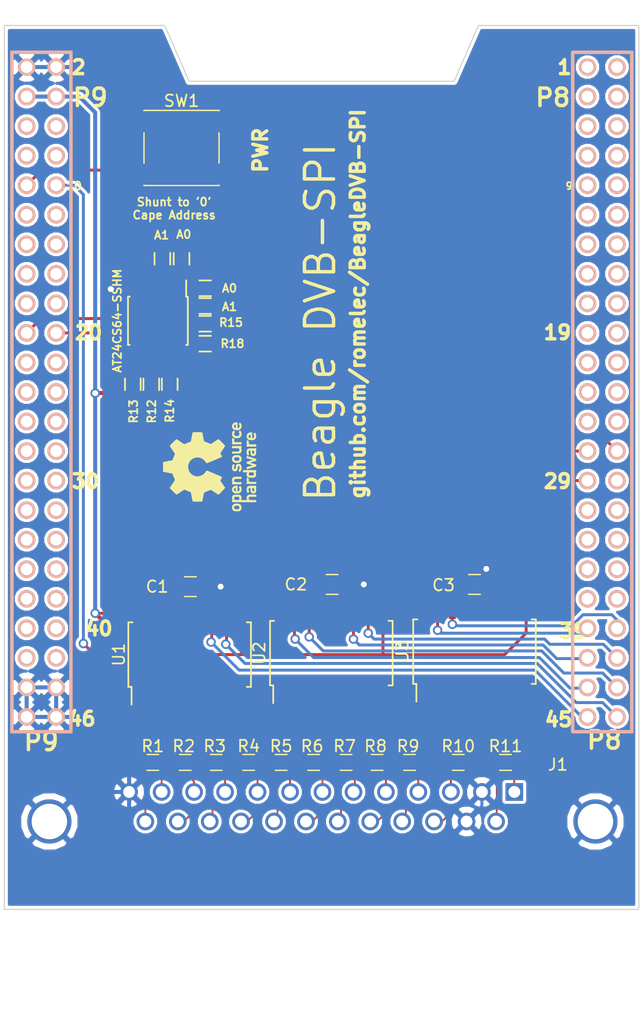
<source format=kicad_pcb>
(kicad_pcb (version 4) (host pcbnew 4.0.7)
  (layers (0 F.Cu signal) (31 B.Cu signal) (34 B.Paste user hide) (35 F.Paste user hide) (36 B.SilkS user) (37 F.SilkS user) (38 B.Mask user hide) (39 F.Mask user hide) (44 Edge.Cuts user))
  (net 0 "")
  (net 1 GND)
  (net 2 /CH2)
  (net 3 /CH1)
  (net 4 /CH4)
  (net 5 /CH3)
  (net 6 /CH6)
  (net 7 /CH5)
  (net 8 /CH12)
  (net 9 /CH8)
  (net 10 /CH7)
  (net 11 /CH11)
  (net 12 /CH10)
  (net 13 /CH14)
  (net 14 /CH9)
  (net 15 /CH13)
  (net 16 /EP_SDA)
  (net 17 /EP_SCL)
  (net 18 /SYS_RESETn)
  (net 19 +3V3)
  (net 20 /TS_MCLK+)
  (net 21 /TS_7+)
  (net 22 /TS_6+)
  (net 23 /TS_5+)
  (net 24 /TS_4+)
  (net 25 /TS_3+)
  (net 26 /TS_2+)
  (net 27 /TS_1+)
  (net 28 /TS_0+)
  (net 29 /TS_MVAL+)
  (net 30 /TS_MSTRT+)
  (net 31 /TS_MCLK-)
  (net 32 /TS_7-)
  (net 33 /TS_6-)
  (net 34 /TS_5-)
  (net 35 /TS_4-)
  (net 36 /TS_3-)
  (net 37 /TS_2-)
  (net 38 /TS_1-)
  (net 39 /TS_0-)
  (net 40 /TS_MVAL-)
  (net 41 /TS_MSTRT-)
  (net 42 "Net-(J2-Pad1)")
  (net 43 "Net-(J2-Pad9)")
  (net 44 "Net-(J2-Pad7)")
  (net 45 "Net-(J2-Pad5)")
  (net 46 "Net-(J2-Pad3)")
  (net 47 "Net-(J2-Pad37)")
  (net 48 "Net-(J2-Pad35)")
  (net 49 "Net-(J2-Pad38)")
  (net 50 "Net-(J2-Pad36)")
  (net 51 "Net-(J2-Pad34)")
  (net 52 "Net-(J2-Pad32)")
  (net 53 "Net-(J2-Pad33)")
  (net 54 "Net-(J2-Pad26)")
  (net 55 "Net-(J2-Pad24)")
  (net 56 "Net-(J2-Pad31)")
  (net 57 "Net-(J2-Pad22)")
  (net 58 "Net-(J2-Pad18)")
  (net 59 "Net-(J2-Pad25)")
  (net 60 "Net-(J2-Pad16)")
  (net 61 "Net-(J2-Pad23)")
  (net 62 "Net-(J2-Pad14)")
  (net 63 "Net-(J2-Pad12)")
  (net 64 "Net-(J2-Pad19)")
  (net 65 "Net-(J2-Pad10)")
  (net 66 "Net-(J2-Pad17)")
  (net 67 "Net-(J2-Pad8)")
  (net 68 "Net-(J2-Pad15)")
  (net 69 "Net-(J2-Pad6)")
  (net 70 "Net-(J2-Pad13)")
  (net 71 "Net-(J2-Pad4)")
  (net 72 "Net-(J2-Pad11)")
  (net 73 "Net-(J2-Pad2)")
  (net 74 "Net-(J2-Pad911)")
  (net 75 "Net-(J2-Pad913)")
  (net 76 "Net-(J2-Pad906)")
  (net 77 "Net-(J2-Pad915)")
  (net 78 "Net-(J2-Pad908)")
  (net 79 "Net-(J2-Pad917)")
  (net 80 "Net-(J2-Pad912)")
  (net 81 "Net-(J2-Pad921)")
  (net 82 "Net-(J2-Pad914)")
  (net 83 "Net-(J2-Pad923)")
  (net 84 "Net-(J2-Pad916)")
  (net 85 "Net-(J2-Pad925)")
  (net 86 "Net-(J2-Pad918)")
  (net 87 "Net-(J2-Pad927)")
  (net 88 "Net-(J2-Pad929)")
  (net 89 "Net-(J2-Pad922)")
  (net 90 "Net-(J2-Pad931)")
  (net 91 "Net-(J2-Pad924)")
  (net 92 "Net-(J2-Pad926)")
  (net 93 "Net-(J2-Pad933)")
  (net 94 "Net-(J2-Pad928)")
  (net 95 "Net-(J2-Pad932)")
  (net 96 "Net-(J2-Pad934)")
  (net 97 "Net-(J2-Pad936)")
  (net 98 "Net-(J2-Pad938)")
  (net 99 "Net-(J2-Pad935)")
  (net 100 "Net-(J2-Pad937)")
  (net 101 "Net-(J2-Pad905)")
  (net 102 "Net-(J2-Pad907)")
  (net 103 "Net-(J2-Pad909)")
  (net 104 "Net-(J2-Pad939)")
  (net 105 "Net-(J2-Pad940)")
  (net 106 "Net-(J2-Pad930)")
  (net 107 "Net-(J2-Pad941)")
  (net 108 "Net-(J2-Pad942)")
  (net 109 "Net-(R14-Pad1)")
  (net 110 "Net-(R15-Pad1)")
  (net 111 "Net-(R16-Pad1)")
  (net 112 "Net-(R17-Pad1)")
  (net 113 "Net-(U3-Pad7)")
  (net 114 "Net-(U3-Pad8)")
  (net 115 "Net-(U3-Pad10)")
  (module Resistors_SMD:R_0603 (layer F.Cu) (at 135.8265 122.3645)
    (fp_text reference R4 (at 0 -1.397) (layer F.SilkS))
    (fp_text value 100)
    (pad 1 smd rect (at -0.75 0) (size 0.5 0.9) (layers F.Cu F.Paste F.Mask) (net 27 /TS_1+))
    (pad 2 smd rect (at 0.75 0) (size 0.5 0.9) (layers F.Cu F.Paste F.Mask) (net 38 /TS_1-))
  )
  (module "Custom libs:BBB" (layer B.Cu) (at 169.4 134 90)
    (fp_text reference J2 hide)
    (fp_text value bbb hide)
    (pad 1 thru_hole circle (at 71.4248 -4.4196 270) (size 1.5 1.5) (drill 1.02) (layers *.Cu *.Mask B.SilkS) (net 42 "Net-(J2-Pad1)"))
    (pad 46 thru_hole circle (at 15.5448 -1.8796 270) (size 1.524 1.524) (drill 1.016) (layers *.Cu *.Mask B.SilkS) (net 2 /CH2))
    (pad 45 thru_hole circle (at 15.5448 -4.4196 270) (size 1.524 1.524) (drill 1.016) (layers *.Cu *.Mask B.SilkS) (net 3 /CH1))
    (pad 44 thru_hole circle (at 18.0848 -1.8796 270) (size 1.524 1.524) (drill 1.016) (layers *.Cu *.Mask B.SilkS) (net 4 /CH4))
    (pad 43 thru_hole circle (at 18.0848 -4.4196 270) (size 1.524 1.524) (drill 1.016) (layers *.Cu *.Mask B.SilkS) (net 5 /CH3))
    (pad 42 thru_hole circle (at 20.6248 -1.8796 270) (size 1.524 1.524) (drill 1.016) (layers *.Cu *.Mask B.SilkS) (net 6 /CH6))
    (pad 41 thru_hole circle (at 20.6248 -4.4196 270) (size 1.524 1.524) (drill 1.016) (layers *.Cu *.Mask B.SilkS) (net 7 /CH5))
    (pad 30 thru_hole circle (at 35.8648 -1.8796 270) (size 1.524 1.524) (drill 1.016) (layers *.Cu *.Mask B.SilkS) (net 8 /CH12))
    (pad 40 thru_hole circle (at 23.1648 -1.8796 270) (size 1.524 1.524) (drill 1.016) (layers *.Cu *.Mask B.SilkS) (net 9 /CH8))
    (pad 39 thru_hole circle (at 23.1648 -4.4196 270) (size 1.524 1.524) (drill 1.016) (layers *.Cu *.Mask B.SilkS) (net 10 /CH7))
    (pad 9 thru_hole circle (at 61.2648 -4.4196 270) (size 1.524 1.524) (drill 1.016) (layers *.Cu *.Mask B.SilkS) (net 43 "Net-(J2-Pad9)"))
    (pad 7 thru_hole circle (at 63.8048 -4.4196 270) (size 1.524 1.524) (drill 1.016) (layers *.Cu *.Mask B.SilkS) (net 44 "Net-(J2-Pad7)"))
    (pad 5 thru_hole circle (at 66.3448 -4.4196 270) (size 1.524 1.524) (drill 1.016) (layers *.Cu *.Mask B.SilkS) (net 45 "Net-(J2-Pad5)"))
    (pad 3 thru_hole circle (at 68.8848 -4.4196 270) (size 1.524 1.524) (drill 1.016) (layers *.Cu *.Mask B.SilkS) (net 46 "Net-(J2-Pad3)"))
    (pad 37 thru_hole circle (at 25.7048 -4.4196 270) (size 1.524 1.524) (drill 1.016) (layers *.Cu *.Mask B.SilkS) (net 47 "Net-(J2-Pad37)"))
    (pad 35 thru_hole circle (at 28.2448 -4.4196 270) (size 1.524 1.524) (drill 1.016) (layers *.Cu *.Mask B.SilkS) (net 48 "Net-(J2-Pad35)"))
    (pad 38 thru_hole circle (at 25.7048 -1.8796 270) (size 1.524 1.524) (drill 1.016) (layers *.Cu *.Mask B.SilkS) (net 49 "Net-(J2-Pad38)"))
    (pad 36 thru_hole circle (at 28.2448 -1.8796 270) (size 1.524 1.524) (drill 1.016) (layers *.Cu *.Mask B.SilkS) (net 50 "Net-(J2-Pad36)"))
    (pad 34 thru_hole circle (at 30.7848 -1.8796 270) (size 1.524 1.524) (drill 1.016) (layers *.Cu *.Mask B.SilkS) (net 51 "Net-(J2-Pad34)"))
    (pad 32 thru_hole circle (at 33.3248 -1.8796 270) (size 1.524 1.524) (drill 1.016) (layers *.Cu *.Mask B.SilkS) (net 52 "Net-(J2-Pad32)"))
    (pad 28 thru_hole circle (at 38.4048 -1.8796 270) (size 1.524 1.524) (drill 1.016) (layers *.Cu *.Mask B.SilkS) (net 11 /CH11))
    (pad 33 thru_hole circle (at 30.7848 -4.4196 270) (size 1.524 1.524) (drill 1.016) (layers *.Cu *.Mask B.SilkS) (net 53 "Net-(J2-Pad33)"))
    (pad 26 thru_hole circle (at 40.9448 -1.8796 270) (size 1.524 1.524) (drill 1.016) (layers *.Cu *.Mask B.SilkS) (net 54 "Net-(J2-Pad26)"))
    (pad 24 thru_hole circle (at 43.4848 -1.8796 270) (size 1.524 1.524) (drill 1.016) (layers *.Cu *.Mask B.SilkS) (net 55 "Net-(J2-Pad24)"))
    (pad 31 thru_hole circle (at 33.3248 -4.4196 270) (size 1.524 1.524) (drill 1.016) (layers *.Cu *.Mask B.SilkS) (net 56 "Net-(J2-Pad31)"))
    (pad 22 thru_hole circle (at 46.0248 -1.8796 270) (size 1.524 1.524) (drill 1.016) (layers *.Cu *.Mask B.SilkS) (net 57 "Net-(J2-Pad22)"))
    (pad 29 thru_hole circle (at 35.8648 -4.4196 270) (size 1.524 1.524) (drill 1.016) (layers *.Cu *.Mask B.SilkS) (net 12 /CH10))
    (pad 20 thru_hole circle (at 48.5648 -1.8796 270) (size 1.524 1.524) (drill 1.016) (layers *.Cu *.Mask B.SilkS) (net 13 /CH14))
    (pad 27 thru_hole circle (at 38.4048 -4.4196 270) (size 1.524 1.524) (drill 1.016) (layers *.Cu *.Mask B.SilkS) (net 14 /CH9))
    (pad 18 thru_hole circle (at 51.1048 -1.8796 270) (size 1.524 1.524) (drill 1.016) (layers *.Cu *.Mask B.SilkS) (net 58 "Net-(J2-Pad18)"))
    (pad 25 thru_hole circle (at 40.9448 -4.4196 270) (size 1.524 1.524) (drill 1.016) (layers *.Cu *.Mask B.SilkS) (net 59 "Net-(J2-Pad25)"))
    (pad 16 thru_hole circle (at 53.6448 -1.8796 270) (size 1.524 1.524) (drill 1.016) (layers *.Cu *.Mask B.SilkS) (net 60 "Net-(J2-Pad16)"))
    (pad 23 thru_hole circle (at 43.4848 -4.4196 270) (size 1.524 1.524) (drill 1.016) (layers *.Cu *.Mask B.SilkS) (net 61 "Net-(J2-Pad23)"))
    (pad 14 thru_hole circle (at 56.1848 -1.8796 270) (size 1.524 1.524) (drill 1.016) (layers *.Cu *.Mask B.SilkS) (net 62 "Net-(J2-Pad14)"))
    (pad 21 thru_hole circle (at 46.0248 -4.4196 270) (size 1.524 1.524) (drill 1.016) (layers *.Cu *.Mask B.SilkS) (net 15 /CH13))
    (pad 12 thru_hole circle (at 58.7248 -1.8796 270) (size 1.524 1.524) (drill 1.016) (layers *.Cu *.Mask B.SilkS) (net 63 "Net-(J2-Pad12)"))
    (pad 19 thru_hole circle (at 48.5648 -4.4196 270) (size 1.524 1.524) (drill 1.016) (layers *.Cu *.Mask B.SilkS) (net 64 "Net-(J2-Pad19)"))
    (pad 10 thru_hole circle (at 61.2648 -1.8796 270) (size 1.524 1.524) (drill 1.016) (layers *.Cu *.Mask B.SilkS) (net 65 "Net-(J2-Pad10)"))
    (pad 17 thru_hole circle (at 51.1048 -4.4196 270) (size 1.524 1.524) (drill 1.016) (layers *.Cu *.Mask B.SilkS) (net 66 "Net-(J2-Pad17)"))
    (pad 8 thru_hole circle (at 63.8048 -1.8796 270) (size 1.524 1.524) (drill 1.016) (layers *.Cu *.Mask B.SilkS) (net 67 "Net-(J2-Pad8)"))
    (pad 15 thru_hole circle (at 53.6448 -4.4196 270) (size 1.524 1.524) (drill 1.016) (layers *.Cu *.Mask B.SilkS) (net 68 "Net-(J2-Pad15)"))
    (pad 6 thru_hole circle (at 66.3448 -1.8796 270) (size 1.524 1.524) (drill 1.016) (layers *.Cu *.Mask B.SilkS) (net 69 "Net-(J2-Pad6)"))
    (pad 13 thru_hole circle (at 56.1848 -4.4196 270) (size 1.524 1.524) (drill 1.016) (layers *.Cu *.Mask B.SilkS) (net 70 "Net-(J2-Pad13)"))
    (pad 4 thru_hole circle (at 68.8848 -1.8796 270) (size 1.524 1.524) (drill 1.016) (layers *.Cu *.Mask B.SilkS) (net 71 "Net-(J2-Pad4)"))
    (pad 11 thru_hole circle (at 58.7248 -4.4196 270) (size 1.524 1.524) (drill 1.016) (layers *.Cu *.Mask B.SilkS) (net 72 "Net-(J2-Pad11)"))
    (pad 2 thru_hole circle (at 71.4248 -1.8796 270) (size 1.524 1.524) (drill 1.016) (layers *.Cu *.Mask B.SilkS) (net 73 "Net-(J2-Pad2)"))
    (pad 902 thru_hole circle (at 71.4248 -50.1396 270) (size 1.524 1.524) (drill 1.016) (layers *.Cu *.Mask B.SilkS) (net 1 GND))
    (pad 911 thru_hole circle (at 58.7248 -52.6796 270) (size 1.524 1.524) (drill 1.016) (layers *.Cu *.Mask B.SilkS) (net 74 "Net-(J2-Pad911)"))
    (pad 904 thru_hole circle (at 68.8848 -50.1396 270) (size 1.524 1.524) (drill 1.016) (layers *.Cu *.Mask B.SilkS) (net 19 +3V3))
    (pad 913 thru_hole circle (at 56.1848 -52.6796 270) (size 1.524 1.524) (drill 1.016) (layers *.Cu *.Mask B.SilkS) (net 75 "Net-(J2-Pad913)"))
    (pad 906 thru_hole circle (at 66.3448 -50.1396 270) (size 1.524 1.524) (drill 1.016) (layers *.Cu *.Mask B.SilkS) (net 76 "Net-(J2-Pad906)"))
    (pad 915 thru_hole circle (at 53.6448 -52.6796 270) (size 1.524 1.524) (drill 1.016) (layers *.Cu *.Mask B.SilkS) (net 77 "Net-(J2-Pad915)"))
    (pad 908 thru_hole circle (at 63.8048 -50.1396 270) (size 1.524 1.524) (drill 1.016) (layers *.Cu *.Mask B.SilkS) (net 78 "Net-(J2-Pad908)"))
    (pad 917 thru_hole circle (at 51.1048 -52.6796 270) (size 1.524 1.524) (drill 1.016) (layers *.Cu *.Mask B.SilkS) (net 79 "Net-(J2-Pad917)"))
    (pad 910 thru_hole circle (at 61.2648 -50.1396 270) (size 1.524 1.524) (drill 1.016) (layers *.Cu *.Mask B.SilkS) (net 18 /SYS_RESETn))
    (pad 919 thru_hole circle (at 48.5648 -52.6796 270) (size 1.524 1.524) (drill 1.016) (layers *.Cu *.Mask B.SilkS) (net 17 /EP_SCL))
    (pad 912 thru_hole circle (at 58.7248 -50.1396 270) (size 1.524 1.524) (drill 1.016) (layers *.Cu *.Mask B.SilkS) (net 80 "Net-(J2-Pad912)"))
    (pad 921 thru_hole circle (at 46.0248 -52.6796 270) (size 1.524 1.524) (drill 1.016) (layers *.Cu *.Mask B.SilkS) (net 81 "Net-(J2-Pad921)"))
    (pad 914 thru_hole circle (at 56.1848 -50.1396 270) (size 1.524 1.524) (drill 1.016) (layers *.Cu *.Mask B.SilkS) (net 82 "Net-(J2-Pad914)"))
    (pad 923 thru_hole circle (at 43.4848 -52.6796 270) (size 1.524 1.524) (drill 1.016) (layers *.Cu *.Mask B.SilkS) (net 83 "Net-(J2-Pad923)"))
    (pad 916 thru_hole circle (at 53.6448 -50.1396 270) (size 1.524 1.524) (drill 1.016) (layers *.Cu *.Mask B.SilkS) (net 84 "Net-(J2-Pad916)"))
    (pad 925 thru_hole circle (at 40.9448 -52.6796 270) (size 1.524 1.524) (drill 1.016) (layers *.Cu *.Mask B.SilkS) (net 85 "Net-(J2-Pad925)"))
    (pad 918 thru_hole circle (at 51.1048 -50.1396 270) (size 1.524 1.524) (drill 1.016) (layers *.Cu *.Mask B.SilkS) (net 86 "Net-(J2-Pad918)"))
    (pad 927 thru_hole circle (at 38.4048 -52.6796 270) (size 1.524 1.524) (drill 1.016) (layers *.Cu *.Mask B.SilkS) (net 87 "Net-(J2-Pad927)"))
    (pad 920 thru_hole circle (at 48.5648 -50.1396 270) (size 1.524 1.524) (drill 1.016) (layers *.Cu *.Mask B.SilkS) (net 16 /EP_SDA))
    (pad 929 thru_hole circle (at 35.8648 -52.6796 270) (size 1.524 1.524) (drill 1.016) (layers *.Cu *.Mask B.SilkS) (net 88 "Net-(J2-Pad929)"))
    (pad 922 thru_hole circle (at 46.0248 -50.1396 270) (size 1.524 1.524) (drill 1.016) (layers *.Cu *.Mask B.SilkS) (net 89 "Net-(J2-Pad922)"))
    (pad 931 thru_hole circle (at 33.3248 -52.6796 270) (size 1.524 1.524) (drill 1.016) (layers *.Cu *.Mask B.SilkS) (net 90 "Net-(J2-Pad931)"))
    (pad 924 thru_hole circle (at 43.4848 -50.1396 270) (size 1.524 1.524) (drill 1.016) (layers *.Cu *.Mask B.SilkS) (net 91 "Net-(J2-Pad924)"))
    (pad 926 thru_hole circle (at 40.9448 -50.1396 270) (size 1.524 1.524) (drill 1.016) (layers *.Cu *.Mask B.SilkS) (net 92 "Net-(J2-Pad926)"))
    (pad 933 thru_hole circle (at 30.7848 -52.6796 270) (size 1.524 1.524) (drill 1.016) (layers *.Cu *.Mask B.SilkS) (net 93 "Net-(J2-Pad933)"))
    (pad 928 thru_hole circle (at 38.4048 -50.1396 270) (size 1.524 1.524) (drill 1.016) (layers *.Cu *.Mask B.SilkS) (net 94 "Net-(J2-Pad928)"))
    (pad 932 thru_hole circle (at 33.3248 -50.1396 270) (size 1.524 1.524) (drill 1.016) (layers *.Cu *.Mask B.SilkS) (net 95 "Net-(J2-Pad932)"))
    (pad 934 thru_hole circle (at 30.7848 -50.1396 270) (size 1.524 1.524) (drill 1.016) (layers *.Cu *.Mask B.SilkS) (net 96 "Net-(J2-Pad934)"))
    (pad 936 thru_hole circle (at 28.2448 -50.1396 270) (size 1.524 1.524) (drill 1.016) (layers *.Cu *.Mask B.SilkS) (net 97 "Net-(J2-Pad936)"))
    (pad 938 thru_hole circle (at 25.7048 -50.1396 270) (size 1.524 1.524) (drill 1.016) (layers *.Cu *.Mask B.SilkS) (net 98 "Net-(J2-Pad938)"))
    (pad 935 thru_hole circle (at 28.2448 -52.6796 270) (size 1.524 1.524) (drill 1.016) (layers *.Cu *.Mask B.SilkS) (net 99 "Net-(J2-Pad935)"))
    (pad 937 thru_hole circle (at 25.7048 -52.6796 270) (size 1.524 1.524) (drill 1.016) (layers *.Cu *.Mask B.SilkS) (net 100 "Net-(J2-Pad937)"))
    (pad 903 thru_hole circle (at 68.8848 -52.6796 270) (size 1.524 1.524) (drill 1.016) (layers *.Cu *.Mask B.SilkS) (net 19 +3V3))
    (pad 905 thru_hole circle (at 66.3448 -52.6796 270) (size 1.524 1.524) (drill 1.016) (layers *.Cu *.Mask B.SilkS) (net 101 "Net-(J2-Pad905)"))
    (pad 907 thru_hole circle (at 63.8048 -52.6796 270) (size 1.524 1.524) (drill 1.016) (layers *.Cu *.Mask B.SilkS) (net 102 "Net-(J2-Pad907)"))
    (pad 909 thru_hole circle (at 61.2648 -52.6796 270) (size 1.524 1.524) (drill 1.016) (layers *.Cu *.Mask B.SilkS) (net 103 "Net-(J2-Pad909)"))
    (pad 939 thru_hole circle (at 23.1648 -52.6796 270) (size 1.524 1.524) (drill 1.016) (layers *.Cu *.Mask B.SilkS) (net 104 "Net-(J2-Pad939)"))
    (pad 940 thru_hole circle (at 23.1648 -50.1396 270) (size 1.524 1.524) (drill 1.016) (layers *.Cu *.Mask B.SilkS) (net 105 "Net-(J2-Pad940)"))
    (pad 930 thru_hole circle (at 35.8648 -50.1396 270) (size 1.524 1.524) (drill 1.016) (layers *.Cu *.Mask B.SilkS) (net 106 "Net-(J2-Pad930)"))
    (pad 941 thru_hole circle (at 20.6248 -52.6796 270) (size 1.524 1.524) (drill 1.016) (layers *.Cu *.Mask B.SilkS) (net 107 "Net-(J2-Pad941)"))
    (pad 942 thru_hole circle (at 20.6248 -50.1396 270) (size 1.524 1.524) (drill 1.016) (layers *.Cu *.Mask B.SilkS) (net 108 "Net-(J2-Pad942)"))
    (pad 943 thru_hole circle (at 18.0848 -52.6796 270) (size 1.524 1.524) (drill 1.016) (layers *.Cu *.Mask B.SilkS) (net 1 GND))
    (pad 944 thru_hole circle (at 18.0848 -50.1396 270) (size 1.524 1.524) (drill 1.016) (layers *.Cu *.Mask B.SilkS) (net 1 GND))
    (pad 945 thru_hole circle (at 15.5448 -52.6796 270) (size 1.524 1.524) (drill 1.016) (layers *.Cu *.Mask B.SilkS) (net 1 GND))
    (pad 946 thru_hole circle (at 15.5448 -50.1396 270) (size 1.524 1.524) (drill 1.016) (layers *.Cu *.Mask B.SilkS) (net 1 GND))
    (pad 901 thru_hole circle (at 71.4248 -52.6796 270) (size 1.5 1.5) (drill 1.02) (layers *.Cu *.Mask B.SilkS) (net 1 GND))
  )
  (module Housings_SOIC:SOIC-8_3.9x4.9mm_Pitch1.27mm (layer F.Cu) (at 128.016 84.3915 270)
    (fp_text reference U4 hide)
    (fp_text value AT24CS64-SSHM (at 0 3.5 270) (layer F.SilkS) (effects (font (size 0.7 0.7))))
    (pad 1 smd rect (at -2.7 -1.905 270) (size 1.55 0.6) (layers F.Cu F.Paste F.Mask) (net 112 "Net-(R17-Pad1)"))
    (pad 2 smd rect (at -2.7 -0.635 270) (size 1.55 0.6) (layers F.Cu F.Paste F.Mask) (net 111 "Net-(R16-Pad1)"))
    (pad 3 smd rect (at -2.7 0.635 270) (size 1.55 0.6) (layers F.Cu F.Paste F.Mask) (net 110 "Net-(R15-Pad1)"))
    (pad 4 smd rect (at -2.7 1.905 270) (size 1.55 0.6) (layers F.Cu F.Paste F.Mask) (net 1 GND))
    (pad 5 smd rect (at 2.7 1.905 270) (size 1.55 0.6) (layers F.Cu F.Paste F.Mask) (net 16 /EP_SDA))
    (pad 6 smd rect (at 2.7 0.635 270) (size 1.55 0.6) (layers F.Cu F.Paste F.Mask) (net 17 /EP_SCL))
    (pad 7 smd rect (at 2.7 -0.635 270) (size 1.55 0.6) (layers F.Cu F.Paste F.Mask) (net 109 "Net-(R14-Pad1)"))
    (pad 8 smd rect (at 2.7 -1.905 270) (size 1.55 0.6) (layers F.Cu F.Paste F.Mask) (net 19 +3V3))
  )
  (module Resistors_SMD:R_0603 (layer F.Cu) (at 127.4445 89.8525 270)
    (fp_text reference R12 (at 2.3302 -0.0348 270) (layer F.SilkS) (effects (font (size 0.7 0.7))))
    (fp_text value 4K7 hide)
    (pad 1 smd rect (at -0.75 0 270) (size 0.5 0.9) (layers F.Cu F.Paste F.Mask) (net 17 /EP_SCL))
    (pad 2 smd rect (at 0.75 0 270) (size 0.5 0.9) (layers F.Cu F.Paste F.Mask) (net 19 +3V3))
  )
  (module Resistors_SMD:R_0603 (layer F.Cu) (at 125.857 89.8525 270)
    (fp_text reference R13 (at 2.3306 -0.062 270) (layer F.SilkS) (effects (font (size 0.7 0.7))))
    (fp_text value 4K7 hide)
    (pad 1 smd rect (at -0.75 0 270) (size 0.5 0.9) (layers F.Cu F.Paste F.Mask) (net 16 /EP_SDA))
    (pad 2 smd rect (at 0.75 0 270) (size 0.5 0.9) (layers F.Cu F.Paste F.Mask) (net 19 +3V3))
  )
  (module Resistors_SMD:R_0603 (layer F.Cu) (at 129.032 89.8525 270)
    (fp_text reference R14 (at 2.286 0 270) (layer F.SilkS) (effects (font (size 0.7 0.7))))
    (fp_text value 10K hide)
    (pad 1 smd rect (at -0.75 0 270) (size 0.5 0.9) (layers F.Cu F.Paste F.Mask) (net 109 "Net-(R14-Pad1)"))
    (pad 2 smd rect (at 0.75 0 270) (size 0.5 0.9) (layers F.Cu F.Paste F.Mask) (net 19 +3V3))
  )
  (module Resistors_SMD:R_0603 (layer F.Cu) (at 132.08 84.6455)
    (fp_text reference R15 (at 2.225 -0.1068) (layer F.SilkS) (effects (font (size 0.7 0.7))))
    (fp_text value 10K hide)
    (pad 1 smd rect (at -0.75 0) (size 0.5 0.9) (layers F.Cu F.Paste F.Mask) (net 110 "Net-(R15-Pad1)"))
    (pad 2 smd rect (at 0.75 0) (size 0.5 0.9) (layers F.Cu F.Paste F.Mask) (net 19 +3V3))
  )
  (module Resistors_SMD:R_0603 (layer F.Cu) (at 132.08 83.1215)
    (fp_text reference R16 hide)
    (fp_text value 10K hide)
    (pad 1 smd rect (at -0.75 0) (size 0.5 0.9) (layers F.Cu F.Paste F.Mask) (net 111 "Net-(R16-Pad1)"))
    (pad 2 smd rect (at 0.75 0) (size 0.5 0.9) (layers F.Cu F.Paste F.Mask) (net 19 +3V3))
  )
  (module Resistors_SMD:R_0603 (layer F.Cu) (at 132.08 81.5975)
    (fp_text reference R17 hide)
    (fp_text value 10K hide)
    (pad 1 smd rect (at -0.75 0) (size 0.5 0.9) (layers F.Cu F.Paste F.Mask) (net 112 "Net-(R17-Pad1)"))
    (pad 2 smd rect (at 0.75 0) (size 0.5 0.9) (layers F.Cu F.Paste F.Mask) (net 19 +3V3))
  )
  (module Resistors_SMD:R_0603 (layer F.Cu) (at 132.08 86.36 180)
    (fp_text reference R18 (at -2.3495 0 180) (layer F.SilkS) (effects (font (size 0.7 0.7))))
    (fp_text value 10K hide)
    (pad 1 smd rect (at -0.75 0 180) (size 0.5 0.9) (layers F.Cu F.Paste F.Mask) (net 1 GND))
    (pad 2 smd rect (at 0.75 0 180) (size 0.5 0.9) (layers F.Cu F.Paste F.Mask) (net 109 "Net-(R14-Pad1)"))
  )
  (module Resistors_SMD:R_0603 (layer F.Cu) (at 128.397 79.0575 270)
    (fp_text reference R19 hide)
    (fp_text value 10K hide)
    (pad 1 smd rect (at -0.75 0 270) (size 0.5 0.9) (layers F.Cu F.Paste F.Mask) (net 1 GND))
    (pad 2 smd rect (at 0.75 0 270) (size 0.5 0.9) (layers F.Cu F.Paste F.Mask) (net 111 "Net-(R16-Pad1)"))
  )
  (module Resistors_SMD:R_0603 (layer F.Cu) (at 130.048 79.0575 270)
    (fp_text reference R20 hide)
    (fp_text value 10K hide)
    (pad 1 smd rect (at -0.75 0 270) (size 0.5 0.9) (layers F.Cu F.Paste F.Mask) (net 1 GND))
    (pad 2 smd rect (at 0.75 0 270) (size 0.5 0.9) (layers F.Cu F.Paste F.Mask) (net 112 "Net-(R17-Pad1)"))
  )
  (module Resistors_SMD:R_0603 (layer F.Cu) (at 127.5715 122.3645 180)
    (fp_text reference R1 (at 0 1.397 180) (layer F.SilkS))
    (fp_text value 100)
    (pad 1 smd rect (at -0.75 0 180) (size 0.5 0.9) (layers F.Cu F.Paste F.Mask) (net 30 /TS_MSTRT+))
    (pad 2 smd rect (at 0.75 0 180) (size 0.5 0.9) (layers F.Cu F.Paste F.Mask) (net 41 /TS_MSTRT-))
  )
  (module Resistors_SMD:R_0603 (layer F.Cu) (at 130.3655 122.3645)
    (fp_text reference R2 (at -0.127 -1.397) (layer F.SilkS))
    (fp_text value 100)
    (pad 1 smd rect (at -0.75 0) (size 0.5 0.9) (layers F.Cu F.Paste F.Mask) (net 29 /TS_MVAL+))
    (pad 2 smd rect (at 0.75 0) (size 0.5 0.9) (layers F.Cu F.Paste F.Mask) (net 40 /TS_MVAL-))
  )
  (module Resistors_SMD:R_0603 (layer F.Cu) (at 133.0325 122.3645 180)
    (fp_text reference R3 (at 0.127 1.397 180) (layer F.SilkS))
    (fp_text value 100)
    (pad 1 smd rect (at -0.75 0 180) (size 0.5 0.9) (layers F.Cu F.Paste F.Mask) (net 28 /TS_0+))
    (pad 2 smd rect (at 0.75 0 180) (size 0.5 0.9) (layers F.Cu F.Paste F.Mask) (net 39 /TS_0-))
  )
  (module Resistors_SMD:R_0603 (layer F.Cu) (at 138.6205 122.3645 180)
    (fp_text reference R5 (at 0 1.397 180) (layer F.SilkS))
    (fp_text value 100)
    (pad 1 smd rect (at -0.75 0 180) (size 0.5 0.9) (layers F.Cu F.Paste F.Mask) (net 26 /TS_2+))
    (pad 2 smd rect (at 0.75 0 180) (size 0.5 0.9) (layers F.Cu F.Paste F.Mask) (net 37 /TS_2-))
  )
  (module Resistors_SMD:R_0603 (layer F.Cu) (at 141.4145 122.3645)
    (fp_text reference R6 (at -0.127 -1.397) (layer F.SilkS))
    (fp_text value 100)
    (pad 1 smd rect (at -0.75 0) (size 0.5 0.9) (layers F.Cu F.Paste F.Mask) (net 25 /TS_3+))
    (pad 2 smd rect (at 0.75 0) (size 0.5 0.9) (layers F.Cu F.Paste F.Mask) (net 36 /TS_3-))
  )
  (module Resistors_SMD:R_0603 (layer F.Cu) (at 144.2085 122.3645 180)
    (fp_text reference R7 (at 0.127 1.397 180) (layer F.SilkS))
    (fp_text value 100)
    (pad 1 smd rect (at -0.75 0 180) (size 0.5 0.9) (layers F.Cu F.Paste F.Mask) (net 24 /TS_4+))
    (pad 2 smd rect (at 0.75 0 180) (size 0.5 0.9) (layers F.Cu F.Paste F.Mask) (net 35 /TS_4-))
  )
  (module Resistors_SMD:R_0603 (layer F.Cu) (at 146.8755 122.3645)
    (fp_text reference R8 (at -0.127 -1.397) (layer F.SilkS))
    (fp_text value 100)
    (pad 1 smd rect (at -0.75 0) (size 0.5 0.9) (layers F.Cu F.Paste F.Mask) (net 23 /TS_5+))
    (pad 2 smd rect (at 0.75 0) (size 0.5 0.9) (layers F.Cu F.Paste F.Mask) (net 34 /TS_5-))
  )
  (module Resistors_SMD:R_0603 (layer F.Cu) (at 149.6695 122.3645 180)
    (fp_text reference R9 (at 0.127 1.397 180) (layer F.SilkS))
    (fp_text value 100)
    (pad 1 smd rect (at -0.75 0 180) (size 0.5 0.9) (layers F.Cu F.Paste F.Mask) (net 22 /TS_6+))
    (pad 2 smd rect (at 0.75 0 180) (size 0.5 0.9) (layers F.Cu F.Paste F.Mask) (net 33 /TS_6-))
  )
  (module Resistors_SMD:R_0603 (layer F.Cu) (at 153.8605 122.3645)
    (fp_text reference R10 (at 0 -1.397) (layer F.SilkS))
    (fp_text value 100)
    (pad 1 smd rect (at -0.75 0) (size 0.5 0.9) (layers F.Cu F.Paste F.Mask) (net 21 /TS_7+))
    (pad 2 smd rect (at 0.75 0) (size 0.5 0.9) (layers F.Cu F.Paste F.Mask) (net 32 /TS_7-))
  )
  (module Resistors_SMD:R_0603 (layer F.Cu) (at 157.9245 122.3645 180)
    (fp_text reference R11 (at 0 1.397 180) (layer F.SilkS))
    (fp_text value 100)
    (pad 1 smd rect (at -0.75 0 180) (size 0.5 0.9) (layers F.Cu F.Paste F.Mask) (net 20 /TS_MCLK+))
    (pad 2 smd rect (at 0.75 0 180) (size 0.5 0.9) (layers F.Cu F.Paste F.Mask) (net 31 /TS_MCLK-))
  )
  (module Housings_SOIC:SOIC-16W_5.3x10.2mm_Pitch1.27mm (layer F.Cu) (at 130.7465 113.0935 90)
    (fp_text reference U1 (at 0 -6.096 270) (layer F.SilkS))
    (fp_text value DS90LV048A)
    (pad 1 smd rect (at -3.55 -4.445 90) (size 1.5 0.6) (layers F.Cu F.Paste F.Mask) (net 41 /TS_MSTRT-))
    (pad 2 smd rect (at -3.55 -3.175 90) (size 1.5 0.6) (layers F.Cu F.Paste F.Mask) (net 30 /TS_MSTRT+))
    (pad 3 smd rect (at -3.55 -1.905 90) (size 1.5 0.6) (layers F.Cu F.Paste F.Mask) (net 29 /TS_MVAL+))
    (pad 4 smd rect (at -3.55 -0.635 90) (size 1.5 0.6) (layers F.Cu F.Paste F.Mask) (net 40 /TS_MVAL-))
    (pad 5 smd rect (at -3.55 0.635 90) (size 1.5 0.6) (layers F.Cu F.Paste F.Mask) (net 39 /TS_0-))
    (pad 6 smd rect (at -3.55 1.905 90) (size 1.5 0.6) (layers F.Cu F.Paste F.Mask) (net 28 /TS_0+))
    (pad 7 smd rect (at -3.55 3.175 90) (size 1.5 0.6) (layers F.Cu F.Paste F.Mask) (net 27 /TS_1+))
    (pad 8 smd rect (at -3.55 4.445 90) (size 1.5 0.6) (layers F.Cu F.Paste F.Mask) (net 38 /TS_1-))
    (pad 9 smd rect (at 3.55 4.445 90) (size 1.5 0.6) (layers F.Cu F.Paste F.Mask) (net 18 /SYS_RESETn))
    (pad 10 smd rect (at 3.55 3.175 90) (size 1.5 0.6) (layers F.Cu F.Paste F.Mask) (net 2 /CH2))
    (pad 11 smd rect (at 3.55 1.905 90) (size 1.5 0.6) (layers F.Cu F.Paste F.Mask) (net 3 /CH1))
    (pad 12 smd rect (at 3.55 0.635 90) (size 1.5 0.6) (layers F.Cu F.Paste F.Mask) (net 1 GND))
    (pad 13 smd rect (at 3.55 -0.635 90) (size 1.5 0.6) (layers F.Cu F.Paste F.Mask) (net 19 +3V3))
    (pad 14 smd rect (at 3.55 -1.905 90) (size 1.5 0.6) (layers F.Cu F.Paste F.Mask) (net 14 /CH9))
    (pad 15 smd rect (at 3.55 -3.175 90) (size 1.5 0.6) (layers F.Cu F.Paste F.Mask) (net 11 /CH11))
    (pad 16 smd rect (at 3.55 -4.445 90) (size 1.5 0.6) (layers F.Cu F.Paste F.Mask) (net 19 +3V3))
  )
  (module Housings_SOIC:SOIC-16W_5.3x10.2mm_Pitch1.27mm (layer F.Cu) (at 142.9385 112.9665 90)
    (fp_text reference U2 (at 0 -6.2 90) (layer F.SilkS))
    (fp_text value DS90LV048A)
    (pad 1 smd rect (at -3.55 -4.445 90) (size 1.5 0.6) (layers F.Cu F.Paste F.Mask) (net 37 /TS_2-))
    (pad 2 smd rect (at -3.55 -3.175 90) (size 1.5 0.6) (layers F.Cu F.Paste F.Mask) (net 26 /TS_2+))
    (pad 3 smd rect (at -3.55 -1.905 90) (size 1.5 0.6) (layers F.Cu F.Paste F.Mask) (net 25 /TS_3+))
    (pad 4 smd rect (at -3.55 -0.635 90) (size 1.5 0.6) (layers F.Cu F.Paste F.Mask) (net 36 /TS_3-))
    (pad 5 smd rect (at -3.55 0.635 90) (size 1.5 0.6) (layers F.Cu F.Paste F.Mask) (net 35 /TS_4-))
    (pad 6 smd rect (at -3.55 1.905 90) (size 1.5 0.6) (layers F.Cu F.Paste F.Mask) (net 24 /TS_4+))
    (pad 7 smd rect (at -3.55 3.175 90) (size 1.5 0.6) (layers F.Cu F.Paste F.Mask) (net 23 /TS_5+))
    (pad 8 smd rect (at -3.55 4.445 90) (size 1.5 0.6) (layers F.Cu F.Paste F.Mask) (net 34 /TS_5-))
    (pad 9 smd rect (at 3.55 4.445 90) (size 1.5 0.6) (layers F.Cu F.Paste F.Mask) (net 18 /SYS_RESETn))
    (pad 10 smd rect (at 3.55 3.175 90) (size 1.5 0.6) (layers F.Cu F.Paste F.Mask) (net 6 /CH6))
    (pad 11 smd rect (at 3.55 1.905 90) (size 1.5 0.6) (layers F.Cu F.Paste F.Mask) (net 7 /CH5))
    (pad 12 smd rect (at 3.55 0.635 90) (size 1.5 0.6) (layers F.Cu F.Paste F.Mask) (net 1 GND))
    (pad 13 smd rect (at 3.55 -0.635 90) (size 1.5 0.6) (layers F.Cu F.Paste F.Mask) (net 19 +3V3))
    (pad 14 smd rect (at 3.55 -1.905 90) (size 1.5 0.6) (layers F.Cu F.Paste F.Mask) (net 4 /CH4))
    (pad 15 smd rect (at 3.55 -3.175 90) (size 1.5 0.6) (layers F.Cu F.Paste F.Mask) (net 5 /CH3))
    (pad 16 smd rect (at 3.55 -4.445 90) (size 1.5 0.6) (layers F.Cu F.Paste F.Mask) (net 19 +3V3))
  )
  (module Housings_SOIC:SOIC-16W_5.3x10.2mm_Pitch1.27mm (layer F.Cu) (at 155.2575 112.8395 90)
    (fp_text reference U3 (at 0 -6.2 90) (layer F.SilkS))
    (fp_text value DS90LV048A)
    (pad 1 smd rect (at -3.55 -4.445 90) (size 1.5 0.6) (layers F.Cu F.Paste F.Mask) (net 33 /TS_6-))
    (pad 2 smd rect (at -3.55 -3.175 90) (size 1.5 0.6) (layers F.Cu F.Paste F.Mask) (net 22 /TS_6+))
    (pad 3 smd rect (at -3.55 -1.905 90) (size 1.5 0.6) (layers F.Cu F.Paste F.Mask) (net 21 /TS_7+))
    (pad 4 smd rect (at -3.55 -0.635 90) (size 1.5 0.6) (layers F.Cu F.Paste F.Mask) (net 32 /TS_7-))
    (pad 5 smd rect (at -3.55 0.635 90) (size 1.5 0.6) (layers F.Cu F.Paste F.Mask) (net 31 /TS_MCLK-))
    (pad 6 smd rect (at -3.55 1.905 90) (size 1.5 0.6) (layers F.Cu F.Paste F.Mask) (net 20 /TS_MCLK+))
    (pad 7 smd rect (at -3.55 3.175 90) (size 1.5 0.6) (layers F.Cu F.Paste F.Mask) (net 113 "Net-(U3-Pad7)"))
    (pad 8 smd rect (at -3.55 4.445 90) (size 1.5 0.6) (layers F.Cu F.Paste F.Mask) (net 114 "Net-(U3-Pad8)"))
    (pad 9 smd rect (at 3.55 4.445 90) (size 1.5 0.6) (layers F.Cu F.Paste F.Mask) (net 18 /SYS_RESETn))
    (pad 10 smd rect (at 3.55 3.175 90) (size 1.5 0.6) (layers F.Cu F.Paste F.Mask) (net 115 "Net-(U3-Pad10)"))
    (pad 11 smd rect (at 3.55 1.905 90) (size 1.5 0.6) (layers F.Cu F.Paste F.Mask) (net 12 /CH10))
    (pad 12 smd rect (at 3.55 0.635 90) (size 1.5 0.6) (layers F.Cu F.Paste F.Mask) (net 1 GND))
    (pad 13 smd rect (at 3.55 -0.635 90) (size 1.5 0.6) (layers F.Cu F.Paste F.Mask) (net 19 +3V3))
    (pad 14 smd rect (at 3.55 -1.905 90) (size 1.5 0.6) (layers F.Cu F.Paste F.Mask) (net 9 /CH8))
    (pad 15 smd rect (at 3.55 -3.175 90) (size 1.5 0.6) (layers F.Cu F.Paste F.Mask) (net 10 /CH7))
    (pad 16 smd rect (at 3.55 -4.445 90) (size 1.5 0.6) (layers F.Cu F.Paste F.Mask) (net 19 +3V3))
  )
  (module Capacitors_SMD:C_0805 (layer F.Cu) (at 130.81 107.2515 180)
    (fp_text reference C1 (at 2.8575 0 180) (layer F.SilkS))
    (fp_text value 100nF)
    (pad 1 smd rect (at -1 0 180) (size 1 1.25) (layers F.Cu F.Paste F.Mask) (net 1 GND))
    (pad 2 smd rect (at 1 0 180) (size 1 1.25) (layers F.Cu F.Paste F.Mask) (net 19 +3V3))
  )
  (module Capacitors_SMD:C_0805 (layer F.Cu) (at 143.002 107.061 180)
    (fp_text reference C2 (at 3.1115 0 180) (layer F.SilkS))
    (fp_text value 100nF)
    (pad 1 smd rect (at -1 0 180) (size 1 1.25) (layers F.Cu F.Paste F.Mask) (net 1 GND))
    (pad 2 smd rect (at 1 0 180) (size 1 1.25) (layers F.Cu F.Paste F.Mask) (net 19 +3V3))
  )
  (module Capacitors_SMD:C_0805 (layer F.Cu) (at 155.2575 107.061 180)
    (fp_text reference C3 (at 2.667 -0.0635 180) (layer F.SilkS))
    (fp_text value 100nF)
    (pad 1 smd rect (at -1 0 180) (size 1 1.25) (layers F.Cu F.Paste F.Mask) (net 1 GND))
    (pad 2 smd rect (at 1 0 180) (size 1 1.25) (layers F.Cu F.Paste F.Mask) (net 19 +3V3))
  )
  (module "Custom libs:DB25FC" (layer F.Cu) (at 158.6865 124.9045 180)
    (fp_text reference J1 (at -3.7465 2.3495 180) (layer F.SilkS))
    (fp_text value DB25_Female_MountingHoles)
    (pad 0 thru_hole circle (at 40.01 -2.54 180) (size 3.81 3.81) (drill 3.05) (layers *.Cu *.Mask) (net 1 GND))
    (pad 0 thru_hole circle (at -6.98 -2.54 180) (size 3.81 3.81) (drill 3.05) (layers *.Cu *.Mask) (net 1 GND))
    (pad 1 thru_hole rect (at 0 0 180) (size 1.52 1.52) (drill 1.02) (layers *.Cu *.Mask) (net 20 /TS_MCLK+))
    (pad 2 thru_hole circle (at 2.79 0 180) (size 1.52 1.52) (drill 1.02) (layers *.Cu *.Mask) (net 1 GND))
    (pad 3 thru_hole circle (at 5.46 0 180) (size 1.52 1.52) (drill 1.02) (layers *.Cu *.Mask) (net 21 /TS_7+))
    (pad 4 thru_hole circle (at 8.26 0 180) (size 1.52 1.52) (drill 1.02) (layers *.Cu *.Mask) (net 22 /TS_6+))
    (pad 5 thru_hole circle (at 11.05 0 180) (size 1.52 1.52) (drill 1.02) (layers *.Cu *.Mask) (net 23 /TS_5+))
    (pad 6 thru_hole circle (at 13.84 0 180) (size 1.52 1.52) (drill 1.02) (layers *.Cu *.Mask) (net 24 /TS_4+))
    (pad 7 thru_hole circle (at 16.51 0 180) (size 1.52 1.52) (drill 1.02) (layers *.Cu *.Mask) (net 25 /TS_3+))
    (pad 8 thru_hole circle (at 19.3 0 180) (size 1.52 1.52) (drill 1.02) (layers *.Cu *.Mask) (net 26 /TS_2+))
    (pad 9 thru_hole circle (at 22.1 0 180) (size 1.52 1.52) (drill 1.02) (layers *.Cu *.Mask) (net 27 /TS_1+))
    (pad 10 thru_hole circle (at 24.89 0 180) (size 1.52 1.52) (drill 1.02) (layers *.Cu *.Mask) (net 28 /TS_0+))
    (pad 11 thru_hole circle (at 27.56 0 180) (size 1.52 1.52) (drill 1.02) (layers *.Cu *.Mask) (net 29 /TS_MVAL+))
    (pad 12 thru_hole circle (at 30.35 0 180) (size 1.52 1.52) (drill 1.02) (layers *.Cu *.Mask) (net 30 /TS_MSTRT+))
    (pad 13 thru_hole circle (at 33.15 0 180) (size 1.52 1.52) (drill 1.02) (layers *.Cu *.Mask) (net 1 GND))
    (pad 14 thru_hole circle (at 1.57 -2.54 180) (size 1.52 1.52) (drill 1.02) (layers *.Cu *.Mask) (net 31 /TS_MCLK-))
    (pad 15 thru_hole circle (at 4.11 -2.54 180) (size 1.52 1.52) (drill 1.02) (layers *.Cu *.Mask) (net 1 GND))
    (pad 16 thru_hole circle (at 6.91 -2.54 180) (size 1.52 1.52) (drill 1.02) (layers *.Cu *.Mask) (net 32 /TS_7-))
    (pad 17 thru_hole circle (at 9.65 -2.54 180) (size 1.52 1.52) (drill 1.02) (layers *.Cu *.Mask) (net 33 /TS_6-))
    (pad 18 thru_hole circle (at 12.4 -2.54 180) (size 1.52 1.52) (drill 1.02) (layers *.Cu *.Mask) (net 34 /TS_5-))
    (pad 19 thru_hole circle (at 15.19 -2.54 180) (size 1.52 1.52) (drill 1.02) (layers *.Cu *.Mask) (net 35 /TS_4-))
    (pad 20 thru_hole circle (at 17.93 -2.54 180) (size 1.52 1.52) (drill 1.02) (layers *.Cu *.Mask) (net 36 /TS_3-))
    (pad 21 thru_hole circle (at 20.68 -2.54 180) (size 1.52 1.52) (drill 1.02) (layers *.Cu *.Mask) (net 37 /TS_2-))
    (pad 22 thru_hole circle (at 23.52 -2.54 180) (size 1.52 1.52) (drill 1.02) (layers *.Cu *.Mask) (net 38 /TS_1-))
    (pad 23 thru_hole circle (at 26.21 -2.54 180) (size 1.52 1.52) (drill 1.02) (layers *.Cu *.Mask) (net 39 /TS_0-))
    (pad 24 thru_hole circle (at 28.96 -2.54 180) (size 1.52 1.52) (drill 1.02) (layers *.Cu *.Mask) (net 40 /TS_MVAL-))
    (pad 25 thru_hole circle (at 31.75 -2.54 180) (size 1.52 1.52) (drill 1.02) (layers *.Cu *.Mask) (net 41 /TS_MSTRT-))
  )
  (module Buttons_Switches_SMD:SW_SPST_PTS645 (layer F.Cu) (at 130.048 69.5325)
    (fp_text reference SW1 (at 0 -4.05) (layer F.SilkS))
    (fp_text value SW_Push)
    (pad 2 smd rect (at -3.98 2.25) (size 1.55 1.3) (layers F.Cu F.Paste F.Mask) (net 103 "Net-(J2-Pad909)"))
    (pad 1 smd rect (at -3.98 -2.25) (size 1.55 1.3) (layers F.Cu F.Paste F.Mask) (net 1 GND))
    (pad 1 smd rect (at 3.98 -2.25) (size 1.55 1.3) (layers F.Cu F.Paste F.Mask) (net 1 GND))
    (pad 2 smd rect (at 3.98 2.25) (size 1.55 1.3) (layers F.Cu F.Paste F.Mask) (net 103 "Net-(J2-Pad909)"))
  )
  (module Symbols:OSHW-Logo_7.5x8mm_SilkScreen (layer F.Cu) (at 132.461 96.9645 90)
    (fp_text reference REF*** hide)
    (fp_text value OSHW-Logo_7.5x8mm_SilkScreen hide)
  )
  (gr_text github.com/romelec/BeagleDVB-SPI (at 145.2245 82.931 90) (layer F.SilkS) (effects (font (size 1.2 1.2) (thickness 0.3))))
  (gr_text PWR (at 136.8425 69.723 90) (layer F.SilkS) (effects (font (size 1.2 1.2) (thickness 0.3))))
  (gr_text "Beagle DVB-SPI" (at 141.986 84.5185 90) (layer F.SilkS) (effects (font (size 2.5 2.5) (thickness 0.3))))
  (gr_line (start 114.8 135) (end 169.4 135) (angle 90) (layer Edge.Cuts) (width 0.1))
  (gr_line (start 169.4 99) (end 169.4 135) (angle 90) (layer Edge.Cuts) (width 0.1))
  (gr_line (start 169.4 59) (end 169.4 99) (angle 90) (layer Edge.Cuts) (width 0.1))
  (gr_line (start 155.6 59) (end 169.4 59) (angle 90) (layer Edge.Cuts) (width 0.1))
  (gr_line (start 153.5 63.8) (end 155.6 59) (angle 90) (layer Edge.Cuts) (width 0.1))
  (gr_line (start 130.7 63.8) (end 153.5 63.8) (angle 90) (layer Edge.Cuts) (width 0.1))
  (gr_line (start 114.8 59) (end 114.8 135) (angle 90) (layer Edge.Cuts) (width 0.1))
  (gr_line (start 128.6 59) (end 114.8 59) (angle 90) (layer Edge.Cuts) (width 0.1))
  (gr_line (start 130.7 63.8) (end 128.6 59) (angle 90) (layer Edge.Cuts) (width 0.1))
  (gr_text P9 (at 117.983 120.5865) (layer F.SilkS) (effects (font (size 1.5 1.5) (thickness 0.3))))
  (gr_text P9 (at 122.2 65.2) (layer F.SilkS) (effects (font (size 1.5 1.5) (thickness 0.3))))
  (gr_text P8 (at 162 65.2) (layer F.SilkS) (effects (font (size 1.5 1.5) (thickness 0.3))))
  (gr_text P8 (at 166.4335 120.4595) (layer F.SilkS) (effects (font (size 1.5 1.5) (thickness 0.3))))
  (gr_text 1 (at 163 62.6) (layer F.SilkS) (effects (font (size 1.2 1.2) (thickness 0.3))))
  (gr_text 19 (at 162.4 85.4) (layer F.SilkS) (effects (font (size 1.2 1.2) (thickness 0.3))))
  (gr_text 29 (at 162.4 98.2) (layer F.SilkS) (effects (font (size 1.2 1.2) (thickness 0.3))))
  (gr_text 39 (at 163.7335 111.0635) (layer F.SilkS) (effects (font (size 1.2 1.2) (thickness 0.3))))
  (gr_text 45 (at 162.4965 118.6815) (layer F.SilkS) (effects (font (size 1.2 1.2) (thickness 0.3))))
  (gr_text 9 (at 163.4 72.8) (layer F.SilkS) (effects (font (size 0.6 0.6))))
  (gr_text 10 (at 120.8 72.8) (layer F.SilkS) (effects (font (size 0.7 0.7))))
  (gr_text 46 (at 121.4755 118.618) (layer F.SilkS) (effects (font (size 1.2 1.2) (thickness 0.3))))
  (gr_text 40 (at 122.9335 110.8635) (layer F.SilkS) (effects (font (size 1.2 1.2) (thickness 0.3))))
  (gr_text 30 (at 121.8 98.2) (layer F.SilkS) (effects (font (size 1.2 1.2) (thickness 0.3))))
  (gr_text 20 (at 122.047 85.4075) (layer F.SilkS) (effects (font (size 1.2 1.2) (thickness 0.3))))
  (gr_text 2 (at 121.2 62.6) (layer F.SilkS) (effects (font (size 1.2 1.2) (thickness 0.3))))
  (gr_text A1 (at 128.3335 77.0255) (layer F.SilkS) (effects (font (size 0.7 0.7))))
  (gr_text A0 (at 130.2385 76.962) (layer F.SilkS) (effects (font (size 0.7 0.7))))
  (gr_text "Shunt to '0'\nCape Address" (at 129.413 74.7395) (layer F.SilkS) (effects (font (size 0.7 0.7) (thickness 0.155))))
  (gr_text A1 (at 134.1755 83.185) (layer F.SilkS) (effects (font (size 0.7 0.7))))
  (gr_text A0 (at 134.1755 81.5975) (layer F.SilkS) (effects (font (size 0.7 0.7))))
  (segment (start 119.2604 62.5752) (end 121.3607 62.5752) (width 0.254) (layer F.Cu) (net 1))
  (segment (start 121.3607 62.5752) (end 126.068 67.2825) (width 0.254) (layer F.Cu) (net 1))
  (segment (start 126.068 67.2825) (end 134.028 67.2825) (width 0.254) (layer F.Cu) (net 1))
  (segment (start 126.111 81.6915) (end 123.9825 81.6915) (width 0.35) (layer F.Cu) (net 1))
  (via (at 123.952 81.661) (size 0.8128) (drill 0.508) (layers F.Cu B.Cu) (net 1))
  (segment (start 123.9825 81.6915) (end 123.952 81.661) (width 0.35) (layer F.Cu) (net 1))
  (segment (start 131.81 107.2515) (end 131.3815 107.68) (width 0.35) (layer F.Cu) (net 1))
  (segment (start 131.3815 107.68) (end 131.3815 109.5435) (width 0.35) (layer F.Cu) (net 1))
  (segment (start 123.952 107.7595) (end 123.952 81.661) (width 0.35) (layer B.Cu) (net 1))
  (segment (start 123.952 81.661) (end 123.952 65.3415) (width 0.35) (layer B.Cu) (net 1))
  (segment (start 123.952 65.3415) (end 121.1857 62.5752) (width 0.35) (layer B.Cu) (net 1))
  (segment (start 121.1857 62.5752) (end 119.2604 62.5752) (width 0.35) (layer B.Cu) (net 1))
  (segment (start 118.6765 127.4445) (end 121.2165 124.9045) (width 0.35) (layer B.Cu) (net 1))
  (segment (start 121.2165 124.9045) (end 125.5365 124.9045) (width 0.35) (layer B.Cu) (net 1))
  (segment (start 165.6665 127.4445) (end 164.0155 129.0955) (width 0.35) (layer B.Cu) (net 1))
  (segment (start 164.0155 129.0955) (end 152.9255 129.0955) (width 0.35) (layer B.Cu) (net 1))
  (segment (start 122.3861 120.3109) (end 125.5365 123.4613) (width 0.35) (layer B.Cu) (net 1))
  (segment (start 125.5365 123.4613) (end 125.5365 124.9045) (width 0.35) (layer B.Cu) (net 1))
  (segment (start 125.5365 124.9045) (end 125.5365 128.0765) (width 0.35) (layer B.Cu) (net 1))
  (segment (start 152.9255 129.0955) (end 152.9485 129.0725) (width 0.35) (layer B.Cu) (net 1))
  (segment (start 152.9485 129.0725) (end 154.5765 127.4445) (width 0.35) (layer B.Cu) (net 1))
  (segment (start 126.5555 129.0955) (end 152.9255 129.0955) (width 0.35) (layer B.Cu) (net 1))
  (segment (start 125.5365 128.0765) (end 126.5555 129.0955) (width 0.35) (layer B.Cu) (net 1))
  (segment (start 119.2604 118.4552) (end 120.5304 118.4552) (width 0.35) (layer B.Cu) (net 1))
  (segment (start 120.5304 118.4552) (end 122.3861 120.3109) (width 0.35) (layer B.Cu) (net 1))
  (segment (start 116.7204 115.9152) (end 119.2604 115.9152) (width 0.35) (layer B.Cu) (net 1))
  (segment (start 119.2604 115.9152) (end 119.2604 118.4552) (width 0.35) (layer B.Cu) (net 1))
  (segment (start 119.2604 118.4552) (end 116.7204 118.4552) (width 0.35) (layer B.Cu) (net 1))
  (segment (start 116.7204 118.4552) (end 116.7204 115.9152) (width 0.35) (layer B.Cu) (net 1))
  (segment (start 134.01675 105.31475) (end 126.39675 105.31475) (width 0.35) (layer B.Cu) (net 1))
  (segment (start 123.952 118.745) (end 122.3861 120.3109) (width 0.35) (layer B.Cu) (net 1))
  (segment (start 123.952 107.7595) (end 123.952 118.745) (width 0.35) (layer B.Cu) (net 1))
  (segment (start 126.39675 105.31475) (end 123.952 107.7595) (width 0.35) (layer B.Cu) (net 1))
  (segment (start 116.7204 62.5752) (end 119.2604 62.5752) (width 0.35) (layer B.Cu) (net 1))
  (segment (start 145.8595 105.283) (end 155.829 105.283) (width 0.35) (layer B.Cu) (net 1))
  (segment (start 156.2575 105.7435) (end 156.2575 107.061) (width 0.35) (layer F.Cu) (net 1))
  (segment (start 156.2735 105.7275) (end 156.2575 105.7435) (width 0.35) (layer F.Cu) (net 1))
  (via (at 156.2735 105.7275) (size 0.8128) (drill 0.508) (layers F.Cu B.Cu) (net 1))
  (segment (start 155.829 105.283) (end 156.2735 105.7275) (width 0.35) (layer B.Cu) (net 1))
  (segment (start 144.002 107.061) (end 145.7325 107.061) (width 0.35) (layer F.Cu) (net 1))
  (segment (start 145.8595 106.934) (end 145.8595 105.283) (width 0.35) (layer B.Cu) (net 1))
  (segment (start 145.7325 107.061) (end 145.8595 106.934) (width 0.35) (layer B.Cu) (net 1))
  (via (at 145.7325 107.061) (size 0.8128) (drill 0.508) (layers F.Cu B.Cu) (net 1))
  (segment (start 131.81 107.2515) (end 133.4135 107.2515) (width 0.35) (layer F.Cu) (net 1))
  (via (at 133.4135 107.2515) (size 0.8128) (drill 0.508) (layers F.Cu B.Cu) (net 1))
  (segment (start 133.4135 107.2515) (end 133.4135 105.918) (width 0.35) (layer B.Cu) (net 1))
  (segment (start 133.4135 105.918) (end 134.01675 105.31475) (width 0.35) (layer B.Cu) (net 1))
  (segment (start 134.01675 105.31475) (end 134.0485 105.283) (width 0.35) (layer B.Cu) (net 1))
  (segment (start 134.0485 105.283) (end 145.8595 105.283) (width 0.35) (layer B.Cu) (net 1))
  (segment (start 144.002 107.061) (end 144.0655 107.1245) (width 0.254) (layer F.Cu) (net 1))
  (segment (start 156.2735 107.045) (end 156.2575 107.061) (width 0.254) (layer F.Cu) (net 1))
  (segment (start 155.8965 124.9045) (end 155.8965 126.1245) (width 0.254) (layer B.Cu) (net 1))
  (segment (start 155.8965 126.1245) (end 154.5765 127.4445) (width 0.254) (layer B.Cu) (net 1))
  (segment (start 156.2575 107.061) (end 155.8925 107.426) (width 0.254) (layer F.Cu) (net 1))
  (segment (start 155.8925 107.426) (end 155.8925 109.2895) (width 0.254) (layer F.Cu) (net 1))
  (segment (start 144.002 107.061) (end 143.5735 107.4895) (width 0.254) (layer F.Cu) (net 1))
  (segment (start 143.5735 107.4895) (end 143.5735 109.4165) (width 0.254) (layer F.Cu) (net 1))
  (segment (start 126.111 81.6915) (end 126.111 79.6925) (width 0.254) (layer F.Cu) (net 1))
  (segment (start 127.496 78.3075) (end 128.397 78.3075) (width 0.254) (layer F.Cu) (net 1))
  (segment (start 126.111 79.6925) (end 127.496 78.3075) (width 0.254) (layer F.Cu) (net 1))
  (segment (start 132.83 86.36) (end 131.915598 85.445598) (width 0.254) (layer F.Cu) (net 1))
  (segment (start 126.111 82.7405) (end 126.111 81.6915) (width 0.254) (layer F.Cu) (net 1))
  (segment (start 128.816098 85.445598) (end 126.111 82.7405) (width 0.254) (layer F.Cu) (net 1))
  (segment (start 131.915598 85.445598) (end 128.816098 85.445598) (width 0.254) (layer F.Cu) (net 1))
  (segment (start 130.048 78.3075) (end 128.397 78.3075) (width 0.254) (layer F.Cu) (net 1))
  (segment (start 167.5204 118.4552) (end 166.2862 117.221) (width 0.254) (layer B.Cu) (net 2))
  (segment (start 166.2862 117.221) (end 166.243 117.221) (width 0.254) (layer B.Cu) (net 2))
  (segment (start 133.9215 112.141) (end 133.9215 109.5435) (width 0.254) (layer F.Cu) (net 2))
  (segment (start 133.858 112.2045) (end 133.9215 112.141) (width 0.254) (layer F.Cu) (net 2))
  (via (at 133.858 112.2045) (size 0.8128) (drill 0.508) (layers F.Cu B.Cu) (net 2))
  (segment (start 135.509 113.8555) (end 133.858 112.2045) (width 0.254) (layer B.Cu) (net 2))
  (segment (start 160.655 113.8555) (end 135.509 113.8555) (width 0.254) (layer B.Cu) (net 2))
  (segment (start 164.0205 117.221) (end 160.655 113.8555) (width 0.254) (layer B.Cu) (net 2))
  (segment (start 166.243 117.221) (end 164.0205 117.221) (width 0.254) (layer B.Cu) (net 2))
  (segment (start 164.9804 118.4552) (end 164.4927 118.4552) (width 0.254) (layer B.Cu) (net 3))
  (segment (start 164.4927 118.4552) (end 164.1475 118.11) (width 0.254) (layer B.Cu) (net 3))
  (segment (start 132.6515 111.9505) (end 132.6515 109.5435) (width 0.254) (layer F.Cu) (net 3))
  (segment (start 132.588 112.014) (end 132.6515 111.9505) (width 0.254) (layer F.Cu) (net 3))
  (via (at 132.588 112.014) (size 0.8128) (drill 0.508) (layers F.Cu B.Cu) (net 3))
  (segment (start 135.001 114.427) (end 132.588 112.014) (width 0.254) (layer B.Cu) (net 3))
  (segment (start 160.4645 114.427) (end 135.001 114.427) (width 0.254) (layer B.Cu) (net 3))
  (segment (start 164.5562 118.5187) (end 164.1475 118.11) (width 0.254) (layer B.Cu) (net 3))
  (segment (start 164.1475 118.11) (end 160.4645 114.427) (width 0.254) (layer B.Cu) (net 3))
  (segment (start 167.5204 115.9152) (end 166.2862 114.681) (width 0.254) (layer B.Cu) (net 4))
  (segment (start 141.0335 111.5695) (end 141.0335 109.4165) (width 0.254) (layer F.Cu) (net 4))
  (via (at 141.0335 111.5695) (size 0.8128) (drill 0.508) (layers F.Cu B.Cu) (net 4))
  (segment (start 142.24 112.776) (end 141.0335 111.5695) (width 0.254) (layer B.Cu) (net 4))
  (segment (start 161.036 112.776) (end 142.24 112.776) (width 0.254) (layer B.Cu) (net 4))
  (segment (start 162.941 114.681) (end 161.036 112.776) (width 0.254) (layer B.Cu) (net 4))
  (segment (start 166.2862 114.681) (end 162.941 114.681) (width 0.254) (layer B.Cu) (net 4))
  (segment (start 164.9804 115.9152) (end 164.9169 115.9787) (width 0.254) (layer B.Cu) (net 5))
  (segment (start 164.9169 115.9787) (end 163.4767 115.9787) (width 0.254) (layer B.Cu) (net 5))
  (segment (start 163.4767 115.9787) (end 160.8455 113.3475) (width 0.254) (layer B.Cu) (net 5))
  (segment (start 160.8455 113.3475) (end 141.4145 113.3475) (width 0.254) (layer B.Cu) (net 5))
  (segment (start 141.4145 113.3475) (end 139.827 111.76) (width 0.254) (layer B.Cu) (net 5))
  (via (at 139.827 111.76) (size 0.8128) (drill 0.508) (layers F.Cu B.Cu) (net 5))
  (segment (start 139.827 111.76) (end 139.7635 111.6965) (width 0.254) (layer F.Cu) (net 5))
  (segment (start 139.7635 111.6965) (end 139.7635 109.4165) (width 0.254) (layer F.Cu) (net 5))
  (segment (start 167.5204 113.3752) (end 166.3497 112.2045) (width 0.254) (layer B.Cu) (net 6))
  (segment (start 166.3497 112.2045) (end 166.3065 112.2045) (width 0.254) (layer B.Cu) (net 6))
  (segment (start 146.1135 111.252) (end 146.1135 109.4165) (width 0.254) (layer F.Cu) (net 6))
  (via (at 146.1135 111.252) (size 0.8128) (drill 0.508) (layers F.Cu B.Cu) (net 6))
  (segment (start 146.6215 111.76) (end 146.1135 111.252) (width 0.254) (layer B.Cu) (net 6))
  (segment (start 161.29 111.76) (end 146.6215 111.76) (width 0.254) (layer B.Cu) (net 6))
  (segment (start 161.7345 112.2045) (end 161.29 111.76) (width 0.254) (layer B.Cu) (net 6))
  (segment (start 166.3065 112.2045) (end 161.7345 112.2045) (width 0.254) (layer B.Cu) (net 6))
  (segment (start 164.9804 113.3752) (end 164.9169 113.4387) (width 0.254) (layer B.Cu) (net 7))
  (segment (start 164.9169 113.4387) (end 162.3337 113.4387) (width 0.254) (layer B.Cu) (net 7))
  (segment (start 144.8435 111.76) (end 144.8435 109.4165) (width 0.254) (layer F.Cu) (net 7))
  (via (at 144.8435 111.76) (size 0.8128) (drill 0.508) (layers F.Cu B.Cu) (net 7))
  (segment (start 145.3515 112.268) (end 144.8435 111.76) (width 0.254) (layer B.Cu) (net 7))
  (segment (start 161.163 112.268) (end 145.3515 112.268) (width 0.254) (layer B.Cu) (net 7))
  (segment (start 162.3337 113.4387) (end 161.163 112.268) (width 0.254) (layer B.Cu) (net 7))
  (segment (start 167.5204 110.8352) (end 167.5204 110.1164) (width 0.254) (layer B.Cu) (net 9))
  (segment (start 167.5204 110.1164) (end 167.0685 109.6645) (width 0.254) (layer B.Cu) (net 9))
  (segment (start 167.0685 109.6645) (end 164.592 109.6645) (width 0.254) (layer B.Cu) (net 9))
  (segment (start 164.592 109.6645) (end 163.6395 110.617) (width 0.254) (layer B.Cu) (net 9))
  (segment (start 163.6395 110.617) (end 153.4795 110.617) (width 0.254) (layer B.Cu) (net 9))
  (segment (start 153.4795 110.617) (end 153.3525 110.49) (width 0.254) (layer B.Cu) (net 9))
  (via (at 153.3525 110.49) (size 0.8128) (drill 0.508) (layers F.Cu B.Cu) (net 9))
  (segment (start 153.3525 110.49) (end 153.3525 109.2895) (width 0.254) (layer F.Cu) (net 9))
  (segment (start 164.9804 110.8352) (end 164.5636 111.252) (width 0.254) (layer B.Cu) (net 10))
  (segment (start 164.5636 111.252) (end 164.338 111.252) (width 0.254) (layer B.Cu) (net 10))
  (segment (start 164.338 111.252) (end 152.3365 111.252) (width 0.254) (layer B.Cu) (net 10))
  (segment (start 152.3365 111.252) (end 152.0825 110.998) (width 0.254) (layer B.Cu) (net 10))
  (via (at 152.0825 110.998) (size 0.8128) (drill 0.508) (layers F.Cu B.Cu) (net 10))
  (segment (start 152.0825 110.998) (end 152.0825 109.2895) (width 0.254) (layer F.Cu) (net 10))
  (segment (start 127.5715 109.5435) (end 127.5715 104.8385) (width 0.254) (layer F.Cu) (net 11))
  (segment (start 166.2227 94.2975) (end 167.5204 95.5952) (width 0.254) (layer F.Cu) (net 11))
  (segment (start 163.3855 94.2975) (end 166.2227 94.2975) (width 0.254) (layer F.Cu) (net 11))
  (segment (start 155.1305 102.5525) (end 163.3855 94.2975) (width 0.254) (layer F.Cu) (net 11))
  (segment (start 129.8575 102.5525) (end 155.1305 102.5525) (width 0.254) (layer F.Cu) (net 11))
  (segment (start 127.5715 104.8385) (end 129.8575 102.5525) (width 0.254) (layer F.Cu) (net 11))
  (segment (start 157.1625 109.2895) (end 157.1625 108.1405) (width 0.254) (layer F.Cu) (net 12))
  (segment (start 162.8498 98.1352) (end 164.9804 98.1352) (width 0.254) (layer F.Cu) (net 12))
  (segment (start 159.385 101.6) (end 162.8498 98.1352) (width 0.254) (layer F.Cu) (net 12))
  (segment (start 159.385 105.918) (end 159.385 101.6) (width 0.254) (layer F.Cu) (net 12))
  (segment (start 157.1625 108.1405) (end 159.385 105.918) (width 0.254) (layer F.Cu) (net 12))
  (segment (start 128.8415 109.5435) (end 128.8415 104.902) (width 0.254) (layer F.Cu) (net 14))
  (segment (start 163.4848 95.5952) (end 164.9804 95.5952) (width 0.254) (layer F.Cu) (net 14))
  (segment (start 155.5115 103.5685) (end 163.4848 95.5952) (width 0.254) (layer F.Cu) (net 14))
  (segment (start 130.175 103.5685) (end 155.5115 103.5685) (width 0.254) (layer F.Cu) (net 14))
  (segment (start 128.8415 104.902) (end 130.175 103.5685) (width 0.254) (layer F.Cu) (net 14))
  (segment (start 119.2604 85.4352) (end 124.4547 85.4352) (width 0.254) (layer F.Cu) (net 16))
  (segment (start 124.4547 85.4352) (end 126.111 87.0915) (width 0.254) (layer F.Cu) (net 16))
  (segment (start 125.857 89.1025) (end 126.111 88.8485) (width 0.254) (layer F.Cu) (net 16))
  (segment (start 126.111 88.8485) (end 126.111 87.0915) (width 0.254) (layer F.Cu) (net 16))
  (segment (start 116.7204 85.4352) (end 117.9546 84.201) (width 0.254) (layer F.Cu) (net 17))
  (segment (start 127.381 86.0425) (end 127.381 87.0915) (width 0.254) (layer F.Cu) (net 17))
  (segment (start 125.5395 84.201) (end 127.381 86.0425) (width 0.254) (layer F.Cu) (net 17))
  (segment (start 117.9546 84.201) (end 125.5395 84.201) (width 0.254) (layer F.Cu) (net 17))
  (segment (start 127.4445 89.1025) (end 127.381 89.039) (width 0.254) (layer F.Cu) (net 17))
  (segment (start 127.381 89.039) (end 127.381 87.0915) (width 0.254) (layer F.Cu) (net 17))
  (segment (start 135.1915 109.5435) (end 135.1915 113.0935) (width 0.254) (layer F.Cu) (net 18))
  (segment (start 147.3835 113.0935) (end 135.1915 113.0935) (width 0.254) (layer F.Cu) (net 18))
  (segment (start 135.1915 113.0935) (end 122.555 113.0935) (width 0.254) (layer F.Cu) (net 18))
  (segment (start 120.8047 72.7352) (end 119.2604 72.7352) (width 0.254) (layer B.Cu) (net 18))
  (segment (start 121.6025 73.533) (end 120.8047 72.7352) (width 0.254) (layer B.Cu) (net 18))
  (segment (start 121.6025 112.141) (end 121.6025 73.533) (width 0.254) (layer B.Cu) (net 18))
  (via (at 121.6025 112.141) (size 0.8128) (drill 0.508) (layers F.Cu B.Cu) (net 18))
  (segment (start 122.555 113.0935) (end 121.6025 112.141) (width 0.254) (layer F.Cu) (net 18))
  (segment (start 147.3835 109.4165) (end 147.3835 113.0935) (width 0.254) (layer F.Cu) (net 18))
  (segment (start 159.7025 111.252) (end 159.7025 109.2895) (width 0.254) (layer F.Cu) (net 18))
  (segment (start 157.861 113.0935) (end 159.7025 111.252) (width 0.254) (layer F.Cu) (net 18))
  (segment (start 147.3835 113.0935) (end 157.861 113.0935) (width 0.254) (layer F.Cu) (net 18))
  (segment (start 126.3015 109.5435) (end 122.6245 109.5435) (width 0.254) (layer F.Cu) (net 19))
  (segment (start 122.6245 109.5435) (end 122.6185 109.5375) (width 0.254) (layer F.Cu) (net 19))
  (segment (start 126.746 111.1885) (end 126.3015 111.1885) (width 0.35) (layer F.Cu) (net 19))
  (via (at 122.6185 109.5375) (size 0.8128) (drill 0.508) (layers F.Cu B.Cu) (net 19))
  (segment (start 122.6185 90.678) (end 122.6185 109.5375) (width 0.35) (layer B.Cu) (net 19))
  (segment (start 126.746 111.1885) (end 129.667 111.1885) (width 0.35) (layer F.Cu) (net 19))
  (segment (start 129.667 111.1885) (end 130.1115 110.744) (width 0.35) (layer F.Cu) (net 19))
  (segment (start 130.1115 110.744) (end 130.1115 109.5435) (width 0.35) (layer F.Cu) (net 19))
  (segment (start 124.2695 111.1885) (end 122.6185 109.5375) (width 0.35) (layer F.Cu) (net 19))
  (segment (start 126.3015 111.1885) (end 124.2695 111.1885) (width 0.35) (layer F.Cu) (net 19))
  (segment (start 129.81 107.2515) (end 129.81 105.8385) (width 0.35) (layer F.Cu) (net 19))
  (segment (start 129.81 105.8385) (end 130.3655 105.283) (width 0.35) (layer F.Cu) (net 19))
  (segment (start 130.3655 105.283) (end 141.986 105.283) (width 0.35) (layer F.Cu) (net 19))
  (segment (start 129.81 107.2515) (end 129.81 108.1565) (width 0.35) (layer F.Cu) (net 19))
  (segment (start 129.81 108.1565) (end 130.1115 108.458) (width 0.35) (layer F.Cu) (net 19))
  (segment (start 130.1115 108.458) (end 130.1115 109.5435) (width 0.35) (layer F.Cu) (net 19))
  (segment (start 129.81 107.2515) (end 130.1115 107.553) (width 0.35) (layer F.Cu) (net 19))
  (segment (start 129.032 90.6025) (end 129.933 90.6025) (width 0.35) (layer F.Cu) (net 19))
  (segment (start 130.1115 90.424) (end 130.1115 87.282) (width 0.35) (layer F.Cu) (net 19))
  (segment (start 129.933 90.6025) (end 130.1115 90.424) (width 0.35) (layer F.Cu) (net 19))
  (segment (start 130.1115 87.282) (end 129.921 87.0915) (width 0.35) (layer F.Cu) (net 19))
  (segment (start 125.857 90.6025) (end 127.4445 90.6025) (width 0.35) (layer F.Cu) (net 19))
  (segment (start 127.4445 90.6025) (end 129.032 90.6025) (width 0.35) (layer F.Cu) (net 19))
  (segment (start 125.857 90.6025) (end 122.6305 90.6025) (width 0.35) (layer F.Cu) (net 19))
  (segment (start 122.6305 90.6025) (end 122.6185 90.6145) (width 0.35) (layer F.Cu) (net 19))
  (via (at 122.6185 90.6145) (size 0.8128) (drill 0.508) (layers F.Cu B.Cu) (net 19))
  (segment (start 122.555 90.678) (end 122.6185 90.678) (width 0.35) (layer B.Cu) (net 19))
  (segment (start 121.2492 65.1152) (end 122.6185 66.4845) (width 0.35) (layer B.Cu) (net 19))
  (segment (start 122.6185 66.4845) (end 122.6185 90.678) (width 0.35) (layer B.Cu) (net 19))
  (segment (start 119.2604 65.1152) (end 121.2492 65.1152) (width 0.35) (layer B.Cu) (net 19))
  (segment (start 122.6185 90.6145) (end 122.555 90.678) (width 0.35) (layer B.Cu) (net 19))
  (segment (start 116.7204 65.1152) (end 119.2604 65.1152) (width 0.35) (layer B.Cu) (net 19))
  (segment (start 142.002 107.061) (end 142.002 105.283) (width 0.35) (layer F.Cu) (net 19))
  (segment (start 142.002 105.283) (end 141.986 105.283) (width 0.35) (layer F.Cu) (net 19))
  (segment (start 154.2575 106.061) (end 154.2575 107.061) (width 0.35) (layer F.Cu) (net 19))
  (segment (start 141.986 105.283) (end 153.4795 105.283) (width 0.35) (layer F.Cu) (net 19))
  (segment (start 153.4795 105.283) (end 154.2575 106.061) (width 0.35) (layer F.Cu) (net 19))
  (segment (start 154.2575 107.061) (end 151.5745 107.061) (width 0.254) (layer F.Cu) (net 19))
  (segment (start 150.8125 107.823) (end 150.8125 109.2895) (width 0.254) (layer F.Cu) (net 19))
  (segment (start 151.5745 107.061) (end 150.8125 107.823) (width 0.254) (layer F.Cu) (net 19))
  (segment (start 154.2575 107.061) (end 154.6225 107.426) (width 0.254) (layer F.Cu) (net 19))
  (segment (start 154.6225 107.426) (end 154.6225 109.2895) (width 0.254) (layer F.Cu) (net 19))
  (segment (start 142.002 107.061) (end 139.573 107.061) (width 0.254) (layer F.Cu) (net 19))
  (segment (start 138.4935 108.1405) (end 138.4935 109.4165) (width 0.254) (layer F.Cu) (net 19))
  (segment (start 139.573 107.061) (end 138.4935 108.1405) (width 0.254) (layer F.Cu) (net 19))
  (segment (start 142.002 107.061) (end 142.3035 107.3625) (width 0.254) (layer F.Cu) (net 19))
  (segment (start 142.3035 107.3625) (end 142.3035 109.4165) (width 0.254) (layer F.Cu) (net 19))
  (segment (start 132.83 81.5975) (end 132.83 83.1215) (width 0.254) (layer F.Cu) (net 19))
  (segment (start 132.83 83.1215) (end 132.83 84.6455) (width 0.254) (layer F.Cu) (net 19))
  (segment (start 132.83 84.6455) (end 133.6675 85.483) (width 0.254) (layer F.Cu) (net 19))
  (segment (start 133.6675 85.483) (end 133.6675 87.122) (width 0.254) (layer F.Cu) (net 19))
  (segment (start 133.6675 87.122) (end 133.1595 87.63) (width 0.254) (layer F.Cu) (net 19))
  (segment (start 133.1595 87.63) (end 130.4595 87.63) (width 0.254) (layer F.Cu) (net 19))
  (segment (start 130.4595 87.63) (end 129.921 87.0915) (width 0.254) (layer F.Cu) (net 19))
  (segment (start 158.6745 122.3645) (end 158.6745 124.8925) (width 0.1524) (layer F.Cu) (net 20))
  (segment (start 158.6745 124.8925) (end 158.6865 124.9045) (width 0.1524) (layer F.Cu) (net 20))
  (segment (start 157.1625 116.3895) (end 157.1625 119.761) (width 0.1524) (layer F.Cu) (net 20))
  (segment (start 158.6745 121.273) (end 158.6745 122.3645) (width 0.1524) (layer F.Cu) (net 20))
  (segment (start 157.1625 119.761) (end 158.6745 121.273) (width 0.1524) (layer F.Cu) (net 20))
  (segment (start 153.1105 122.3645) (end 153.3525 122.1225) (width 0.1524) (layer F.Cu) (net 21))
  (segment (start 153.3525 122.1225) (end 153.3525 116.3895) (width 0.1524) (layer F.Cu) (net 21))
  (segment (start 153.2265 124.9045) (end 153.2265 122.4805) (width 0.1524) (layer F.Cu) (net 21))
  (segment (start 153.2265 122.4805) (end 153.1105 122.3645) (width 0.1524) (layer F.Cu) (net 21))
  (segment (start 150.4195 122.3645) (end 150.4195 124.8975) (width 0.1524) (layer F.Cu) (net 22))
  (segment (start 150.4195 124.8975) (end 150.4265 124.9045) (width 0.1524) (layer F.Cu) (net 22))
  (segment (start 152.0825 116.3895) (end 152.0825 119.126) (width 0.1524) (layer F.Cu) (net 22))
  (segment (start 150.4195 120.789) (end 150.4195 122.3645) (width 0.1524) (layer F.Cu) (net 22))
  (segment (start 152.0825 119.126) (end 150.4195 120.789) (width 0.1524) (layer F.Cu) (net 22))
  (segment (start 146.1255 122.3645) (end 147.6365 123.8755) (width 0.1524) (layer F.Cu) (net 23))
  (segment (start 147.6365 123.8755) (end 147.6365 124.9045) (width 0.1524) (layer F.Cu) (net 23))
  (segment (start 146.1135 116.5165) (end 146.1135 122.3525) (width 0.1524) (layer F.Cu) (net 23))
  (segment (start 146.1135 122.3525) (end 146.1255 122.3645) (width 0.1524) (layer F.Cu) (net 23))
  (segment (start 144.9585 122.3645) (end 144.9585 124.7925) (width 0.1524) (layer F.Cu) (net 24))
  (segment (start 144.9585 124.7925) (end 144.8465 124.9045) (width 0.1524) (layer F.Cu) (net 24))
  (segment (start 144.8435 116.5165) (end 144.8435 122.2495) (width 0.1524) (layer F.Cu) (net 24))
  (segment (start 144.8435 122.2495) (end 144.9585 122.3645) (width 0.1524) (layer F.Cu) (net 24))
  (segment (start 140.6645 122.3645) (end 142.1765 123.8765) (width 0.1524) (layer F.Cu) (net 25))
  (segment (start 142.1765 123.8765) (end 142.1765 124.9045) (width 0.1524) (layer F.Cu) (net 25))
  (segment (start 141.0335 116.5165) (end 141.0335 121.9955) (width 0.1524) (layer F.Cu) (net 25))
  (segment (start 141.0335 121.9955) (end 140.6645 122.3645) (width 0.1524) (layer F.Cu) (net 25))
  (segment (start 139.7635 116.5165) (end 139.7635 117.4115) (width 0.1524) (layer F.Cu) (net 26))
  (segment (start 139.3705 117.8045) (end 139.3705 122.3645) (width 0.1524) (layer F.Cu) (net 26))
  (segment (start 139.7635 117.4115) (end 139.3705 117.8045) (width 0.1524) (layer F.Cu) (net 26))
  (segment (start 139.3705 122.3645) (end 139.3865 122.3805) (width 0.1524) (layer F.Cu) (net 26))
  (segment (start 139.3865 122.3805) (end 139.3865 124.9045) (width 0.1524) (layer F.Cu) (net 26))
  (segment (start 133.9215 116.6435) (end 133.9215 117.5385) (width 0.1524) (layer F.Cu) (net 27))
  (segment (start 135.0765 120.4715) (end 135.0765 122.3645) (width 0.1524) (layer F.Cu) (net 27))
  (segment (start 134.8105 120.2055) (end 135.0765 120.4715) (width 0.1524) (layer F.Cu) (net 27))
  (segment (start 134.8105 118.4275) (end 134.8105 120.2055) (width 0.1524) (layer F.Cu) (net 27))
  (segment (start 133.9215 117.5385) (end 134.8105 118.4275) (width 0.1524) (layer F.Cu) (net 27))
  (segment (start 135.0765 122.3645) (end 136.5865 123.8745) (width 0.1524) (layer F.Cu) (net 27))
  (segment (start 136.5865 123.8745) (end 136.5865 124.9045) (width 0.1524) (layer F.Cu) (net 27))
  (segment (start 132.6515 116.6435) (end 132.6515 120.3325) (width 0.1524) (layer F.Cu) (net 28))
  (segment (start 133.7825 121.4635) (end 133.7825 122.3645) (width 0.1524) (layer F.Cu) (net 28))
  (segment (start 132.6515 120.3325) (end 133.7825 121.4635) (width 0.1524) (layer F.Cu) (net 28))
  (segment (start 133.7825 122.3645) (end 133.7965 122.3785) (width 0.1524) (layer F.Cu) (net 28))
  (segment (start 133.7965 122.3785) (end 133.7965 124.9045) (width 0.1524) (layer F.Cu) (net 28))
  (segment (start 128.8415 116.6435) (end 128.8415 117.4115) (width 0.1524) (layer F.Cu) (net 29))
  (segment (start 129.6035 118.1735) (end 129.6035 122.3525) (width 0.1524) (layer F.Cu) (net 29))
  (segment (start 128.8415 117.4115) (end 129.6035 118.1735) (width 0.1524) (layer F.Cu) (net 29))
  (segment (start 129.6035 122.3525) (end 129.6155 122.3645) (width 0.1524) (layer F.Cu) (net 29))
  (segment (start 129.6155 122.3645) (end 129.6155 122.5035) (width 0.1524) (layer F.Cu) (net 29))
  (segment (start 129.6155 122.5035) (end 131.1265 124.0145) (width 0.1524) (layer F.Cu) (net 29))
  (segment (start 131.1265 124.0145) (end 131.1265 124.9045) (width 0.1524) (layer F.Cu) (net 29))
  (segment (start 127.5715 116.6435) (end 127.5715 121.6145) (width 0.1524) (layer F.Cu) (net 30))
  (segment (start 127.5715 121.6145) (end 128.3365 122.3795) (width 0.1524) (layer F.Cu) (net 30))
  (segment (start 128.3365 122.3795) (end 128.3365 124.9045) (width 0.1524) (layer F.Cu) (net 30))
  (segment (start 157.1745 122.3645) (end 157.1745 127.3865) (width 0.1524) (layer F.Cu) (net 31))
  (segment (start 157.1745 127.3865) (end 157.1165 127.4445) (width 0.1524) (layer F.Cu) (net 31))
  (segment (start 155.8925 116.3895) (end 155.8925 119.761) (width 0.1524) (layer F.Cu) (net 31))
  (segment (start 157.1745 121.043) (end 157.1745 122.3645) (width 0.1524) (layer F.Cu) (net 31))
  (segment (start 155.8925 119.761) (end 157.1745 121.043) (width 0.1524) (layer F.Cu) (net 31))
  (segment (start 154.6225 116.3895) (end 154.6225 122.3525) (width 0.1524) (layer F.Cu) (net 32))
  (segment (start 154.6225 122.3525) (end 154.432 122.543) (width 0.1524) (layer F.Cu) (net 32))
  (segment (start 154.432 122.543) (end 154.432 125.476) (width 0.1524) (layer F.Cu) (net 32))
  (segment (start 154.432 125.476) (end 152.4635 127.4445) (width 0.1524) (layer F.Cu) (net 32))
  (segment (start 152.4635 127.4445) (end 151.7765 127.4445) (width 0.1524) (layer F.Cu) (net 32))
  (segment (start 152.3365 127.4445) (end 151.7765 127.4445) (width 0.1524) (layer F.Cu) (net 32))
  (segment (start 148.9195 122.3645) (end 149.352 122.797) (width 0.1524) (layer F.Cu) (net 33))
  (segment (start 149.352 122.797) (end 149.352 127.129) (width 0.1524) (layer F.Cu) (net 33))
  (segment (start 149.352 127.129) (end 149.0365 127.4445) (width 0.1524) (layer F.Cu) (net 33))
  (segment (start 150.8125 116.3895) (end 150.8125 119.761) (width 0.1524) (layer F.Cu) (net 33))
  (segment (start 148.9195 121.654) (end 148.9195 122.3645) (width 0.1524) (layer F.Cu) (net 33))
  (segment (start 150.8125 119.761) (end 148.9195 121.654) (width 0.1524) (layer F.Cu) (net 33))
  (segment (start 147.6255 122.3645) (end 147.6255 123.2415) (width 0.1524) (layer F.Cu) (net 34))
  (segment (start 148.717 125.603) (end 146.8755 127.4445) (width 0.1524) (layer F.Cu) (net 34))
  (segment (start 148.717 124.333) (end 148.717 125.603) (width 0.1524) (layer F.Cu) (net 34))
  (segment (start 147.6255 123.2415) (end 148.717 124.333) (width 0.1524) (layer F.Cu) (net 34))
  (segment (start 146.8755 127.4445) (end 146.2865 127.4445) (width 0.1524) (layer F.Cu) (net 34))
  (segment (start 147.3835 116.5165) (end 147.3835 122.1225) (width 0.1524) (layer F.Cu) (net 34))
  (segment (start 147.3835 122.1225) (end 147.6255 122.3645) (width 0.1524) (layer F.Cu) (net 34))
  (segment (start 143.4585 122.3645) (end 143.764 122.67) (width 0.1524) (layer F.Cu) (net 35))
  (segment (start 143.764 122.67) (end 143.764 127.177) (width 0.1524) (layer F.Cu) (net 35))
  (segment (start 143.764 127.177) (end 143.4965 127.4445) (width 0.1524) (layer F.Cu) (net 35))
  (segment (start 143.5735 116.5165) (end 143.5735 122.2495) (width 0.1524) (layer F.Cu) (net 35))
  (segment (start 143.5735 122.2495) (end 143.4585 122.3645) (width 0.1524) (layer F.Cu) (net 35))
  (segment (start 142.1645 122.3645) (end 142.1645 123.305) (width 0.1524) (layer F.Cu) (net 36))
  (segment (start 143.256 125.476) (end 141.2875 127.4445) (width 0.1524) (layer F.Cu) (net 36))
  (segment (start 143.256 124.3965) (end 143.256 125.476) (width 0.1524) (layer F.Cu) (net 36))
  (segment (start 142.1645 123.305) (end 143.256 124.3965) (width 0.1524) (layer F.Cu) (net 36))
  (segment (start 141.2875 127.4445) (end 140.7565 127.4445) (width 0.1524) (layer F.Cu) (net 36))
  (segment (start 142.3035 116.5165) (end 142.1645 116.6555) (width 0.1524) (layer F.Cu) (net 36))
  (segment (start 142.1645 116.6555) (end 142.1645 122.3645) (width 0.1524) (layer F.Cu) (net 36))
  (segment (start 137.8705 122.3645) (end 138.303 122.797) (width 0.1524) (layer F.Cu) (net 37))
  (segment (start 138.303 122.797) (end 138.303 127.148) (width 0.1524) (layer F.Cu) (net 37))
  (segment (start 138.303 127.148) (end 138.0065 127.4445) (width 0.1524) (layer F.Cu) (net 37))
  (segment (start 138.4935 116.5165) (end 138.4935 121.7415) (width 0.1524) (layer F.Cu) (net 37))
  (segment (start 138.4935 121.7415) (end 137.8705 122.3645) (width 0.1524) (layer F.Cu) (net 37))
  (segment (start 136.5765 122.3645) (end 136.5765 123.305) (width 0.1524) (layer F.Cu) (net 38))
  (segment (start 137.7315 125.4125) (end 135.6995 127.4445) (width 0.1524) (layer F.Cu) (net 38))
  (segment (start 137.7315 124.46) (end 137.7315 125.4125) (width 0.1524) (layer F.Cu) (net 38))
  (segment (start 136.5765 123.305) (end 137.7315 124.46) (width 0.1524) (layer F.Cu) (net 38))
  (segment (start 135.6995 127.4445) (end 135.1665 127.4445) (width 0.1524) (layer F.Cu) (net 38))
  (segment (start 135.6995 127.4445) (end 135.1665 127.4445) (width 0.1524) (layer F.Cu) (net 38))
  (segment (start 135.1915 116.6435) (end 135.1915 119.9515) (width 0.1524) (layer F.Cu) (net 38))
  (segment (start 136.5765 121.3365) (end 136.5765 122.3645) (width 0.1524) (layer F.Cu) (net 38))
  (segment (start 135.1915 119.9515) (end 136.5765 121.3365) (width 0.1524) (layer F.Cu) (net 38))
  (segment (start 132.2825 122.3645) (end 132.715 122.797) (width 0.1524) (layer F.Cu) (net 39))
  (segment (start 132.715 122.797) (end 132.715 127.206) (width 0.1524) (layer F.Cu) (net 39))
  (segment (start 132.715 127.206) (end 132.4765 127.4445) (width 0.1524) (layer F.Cu) (net 39))
  (segment (start 131.3815 116.6435) (end 131.3815 117.4115) (width 0.1524) (layer F.Cu) (net 39))
  (segment (start 132.2825 118.3125) (end 132.2825 122.3645) (width 0.1524) (layer F.Cu) (net 39))
  (segment (start 131.3815 117.4115) (end 132.2825 118.3125) (width 0.1524) (layer F.Cu) (net 39))
  (segment (start 132.6515 127.2695) (end 132.4765 127.4445) (width 0.1524) (layer F.Cu) (net 39))
  (segment (start 131.1155 122.3645) (end 131.1155 123.3685) (width 0.1524) (layer F.Cu) (net 40))
  (segment (start 132.207 125.476) (end 130.2385 127.4445) (width 0.1524) (layer F.Cu) (net 40))
  (segment (start 132.207 124.46) (end 132.207 125.476) (width 0.1524) (layer F.Cu) (net 40))
  (segment (start 131.1155 123.3685) (end 132.207 124.46) (width 0.1524) (layer F.Cu) (net 40))
  (segment (start 130.2385 127.4445) (end 129.7265 127.4445) (width 0.1524) (layer F.Cu) (net 40))
  (segment (start 130.2385 127.4445) (end 129.7265 127.4445) (width 0.1524) (layer F.Cu) (net 40))
  (segment (start 130.1115 116.6435) (end 130.1115 121.3605) (width 0.1524) (layer F.Cu) (net 40))
  (segment (start 130.1115 121.3605) (end 131.1155 122.3645) (width 0.1524) (layer F.Cu) (net 40))
  (segment (start 126.3015 116.6435) (end 126.3015 117.7925) (width 0.1524) (layer F.Cu) (net 41))
  (segment (start 126.8215 118.3125) (end 126.8215 122.3645) (width 0.1524) (layer F.Cu) (net 41))
  (segment (start 126.3015 117.7925) (end 126.8215 118.3125) (width 0.1524) (layer F.Cu) (net 41))
  (segment (start 126.8215 122.3645) (end 126.9365 122.4795) (width 0.1524) (layer F.Cu) (net 41))
  (segment (start 126.9365 122.4795) (end 126.9365 127.4445) (width 0.1524) (layer F.Cu) (net 41))
  (segment (start 134.028 71.7825) (end 126.068 71.7825) (width 0.254) (layer F.Cu) (net 103))
  (segment (start 126.068 71.7825) (end 125.723 71.4375) (width 0.254) (layer F.Cu) (net 103))
  (segment (start 125.723 71.4375) (end 118.0181 71.4375) (width 0.254) (layer F.Cu) (net 103))
  (segment (start 118.0181 71.4375) (end 116.7204 72.7352) (width 0.254) (layer F.Cu) (net 103))
  (segment (start 129.032 89.1025) (end 128.651 88.7215) (width 0.254) (layer F.Cu) (net 109))
  (segment (start 128.651 88.7215) (end 128.651 87.0915) (width 0.254) (layer F.Cu) (net 109))
  (segment (start 131.33 86.36) (end 130.822 85.852) (width 0.254) (layer F.Cu) (net 109))
  (segment (start 128.651 86.1695) (end 128.651 87.0915) (width 0.254) (layer F.Cu) (net 109))
  (segment (start 128.9685 85.852) (end 128.651 86.1695) (width 0.254) (layer F.Cu) (net 109))
  (segment (start 130.822 85.852) (end 128.9685 85.852) (width 0.254) (layer F.Cu) (net 109))
  (segment (start 131.33 84.6455) (end 130.441 83.7565) (width 0.254) (layer F.Cu) (net 110))
  (segment (start 127.381 82.4865) (end 127.381 81.6915) (width 0.254) (layer F.Cu) (net 110))
  (segment (start 128.651 83.7565) (end 127.381 82.4865) (width 0.254) (layer F.Cu) (net 110))
  (segment (start 130.441 83.7565) (end 128.651 83.7565) (width 0.254) (layer F.Cu) (net 110))
  (segment (start 131.33 83.1215) (end 129.286 83.1215) (width 0.254) (layer F.Cu) (net 111))
  (segment (start 128.651 82.4865) (end 128.651 81.6915) (width 0.254) (layer F.Cu) (net 111))
  (segment (start 129.286 83.1215) (end 128.651 82.4865) (width 0.254) (layer F.Cu) (net 111))
  (segment (start 128.397 79.8075) (end 128.651 80.0615) (width 0.254) (layer F.Cu) (net 111))
  (segment (start 128.651 80.0615) (end 128.651 81.6915) (width 0.254) (layer F.Cu) (net 111))
  (segment (start 130.048 79.8075) (end 130.048 81.5645) (width 0.254) (layer F.Cu) (net 112))
  (segment (start 130.048 81.5645) (end 130.081 81.5975) (width 0.254) (layer F.Cu) (net 112))
  (segment (start 130.081 81.5975) (end 131.33 81.5975) (width 0.254) (layer F.Cu) (net 112))
  (zone (net 1) (net_name GND) (layer B.Cu) (connect_pads (clearance 0.254)) (min_thickness 0.254) (fill yes (arc_segments 16) (thermal_gap 0.508) (thermal_bridge_width 0.508))
    (polygon (pts (xy 114.808 59.055) (xy 169.672 59.055) (xy 169.672 137.287) (xy 114.427 137.16)))
  )
)
</source>
